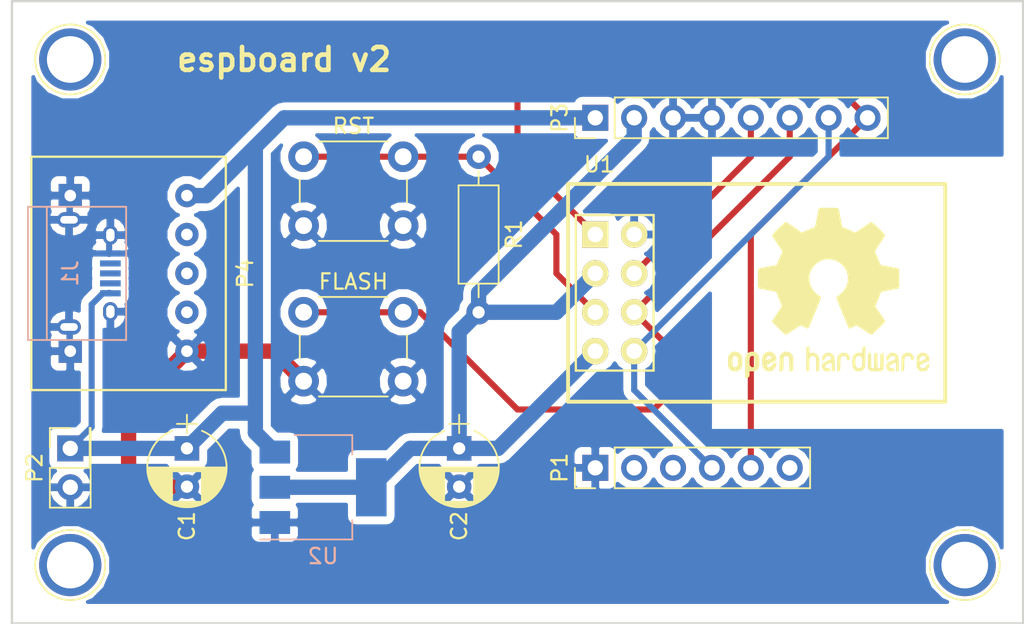
<source format=kicad_pcb>
(kicad_pcb (version 4) (host pcbnew 4.0.6-e0-6349~53~ubuntu16.04.1)

  (general
    (links 41)
    (no_connects 0)
    (area 29.575 23.917 98.746191 65.035)
    (thickness 1.6)
    (drawings 5)
    (tracks 69)
    (zones 0)
    (modules 17)
    (nets 18)
  )

  (page A4)
  (title_block
    (title espboard)
    (date 2017-02-15)
    (rev v1)
    (company "Romain Porte")
    (comment 1 "Creative Commons BY-SA")
  )

  (layers
    (0 F.Cu signal)
    (31 B.Cu signal)
    (32 B.Adhes user)
    (33 F.Adhes user)
    (34 B.Paste user)
    (35 F.Paste user)
    (36 B.SilkS user)
    (37 F.SilkS user)
    (38 B.Mask user)
    (39 F.Mask user)
    (40 Dwgs.User user)
    (41 Cmts.User user)
    (42 Eco1.User user)
    (43 Eco2.User user)
    (44 Edge.Cuts user)
    (45 Margin user)
    (46 B.CrtYd user)
    (47 F.CrtYd user)
    (48 B.Fab user)
    (49 F.Fab user)
  )

  (setup
    (last_trace_width 0.4)
    (user_trace_width 0.4)
    (trace_clearance 0.2)
    (zone_clearance 0.508)
    (zone_45_only yes)
    (trace_min 0.2)
    (segment_width 0.2)
    (edge_width 0.15)
    (via_size 0.4)
    (via_drill 0.3)
    (via_min_size 0.4)
    (via_min_drill 0.3)
    (uvia_size 0.3)
    (uvia_drill 0.1)
    (uvias_allowed no)
    (uvia_min_size 0.2)
    (uvia_min_drill 0.1)
    (pcb_text_width 0.3)
    (pcb_text_size 1.5 1.5)
    (mod_edge_width 0.15)
    (mod_text_size 1 1)
    (mod_text_width 0.15)
    (pad_size 1.524 1.524)
    (pad_drill 0.762)
    (pad_to_mask_clearance 0.2)
    (aux_axis_origin 0 0)
    (visible_elements FFFFFF7F)
    (pcbplotparams
      (layerselection 0x010f0_80000001)
      (usegerberextensions false)
      (excludeedgelayer true)
      (linewidth 0.100000)
      (plotframeref false)
      (viasonmask false)
      (mode 1)
      (useauxorigin false)
      (hpglpennumber 1)
      (hpglpenspeed 20)
      (hpglpendiameter 15)
      (hpglpenoverlay 2)
      (psnegative false)
      (psa4output false)
      (plotreference true)
      (plotvalue true)
      (plotinvisibletext false)
      (padsonsilk false)
      (subtractmaskfromsilk false)
      (outputformat 1)
      (mirror false)
      (drillshape 0)
      (scaleselection 1)
      (outputdirectory output/))
  )

  (net 0 "")
  (net 1 PWR_5V)
  (net 2 GND)
  (net 3 PWR_3V3)
  (net 4 UART_TXD)
  (net 5 UART_RXD)
  (net 6 ESP_GPIO0)
  (net 7 ESP_GPIO2)
  (net 8 "Net-(R1-Pad1)")
  (net 9 "Net-(J1-Pad2)")
  (net 10 "Net-(J1-Pad3)")
  (net 11 "Net-(J1-Pad4)")
  (net 12 "Net-(P1-Pad2)")
  (net 13 "Net-(P1-Pad3)")
  (net 14 "Net-(P1-Pad6)")
  (net 15 "Net-(P4-Pad2)")
  (net 16 "Net-(P4-Pad3)")
  (net 17 "Net-(P4-Pad4)")

  (net_class Default "This is the default net class."
    (clearance 0.2)
    (trace_width 0.4)
    (via_dia 0.4)
    (via_drill 0.3)
    (uvia_dia 0.3)
    (uvia_drill 0.1)
    (add_net ESP_GPIO0)
    (add_net ESP_GPIO2)
    (add_net "Net-(J1-Pad2)")
    (add_net "Net-(J1-Pad3)")
    (add_net "Net-(J1-Pad4)")
    (add_net "Net-(P1-Pad2)")
    (add_net "Net-(P1-Pad3)")
    (add_net "Net-(P1-Pad6)")
    (add_net "Net-(P4-Pad2)")
    (add_net "Net-(P4-Pad3)")
    (add_net "Net-(P4-Pad4)")
    (add_net "Net-(R1-Pad1)")
    (add_net UART_RXD)
    (add_net UART_TXD)
  )

  (net_class Power ""
    (clearance 0.2)
    (trace_width 1)
    (via_dia 0.4)
    (via_drill 0.3)
    (uvia_dia 0.3)
    (uvia_drill 0.1)
    (add_net GND)
    (add_net PWR_3V3)
    (add_net PWR_5V)
  )

  (module ESP8266:ESP-01 (layer F.Cu) (tedit 577EF889) (tstamp 595D437D)
    (at 68.58 39.37)
    (descr "Module, ESP-8266, ESP-01, 8 pin")
    (tags "Module ESP-8266 ESP8266")
    (path /58A45CD1)
    (fp_text reference U1 (at 0.254 -4.572) (layer F.SilkS)
      (effects (font (size 1 1) (thickness 0.15)))
    )
    (fp_text value ESP-01v090 (at 12.192 3.556) (layer F.Fab)
      (effects (font (size 1 1) (thickness 0.15)))
    )
    (fp_line (start -1.778 -3.302) (end 22.86 -3.302) (layer F.SilkS) (width 0.254))
    (fp_line (start 22.86 -3.302) (end 22.86 10.922) (layer F.SilkS) (width 0.254))
    (fp_line (start 22.86 10.922) (end -1.778 10.922) (layer F.SilkS) (width 0.254))
    (fp_line (start -1.778 10.922) (end -1.778 -3.302) (layer F.SilkS) (width 0.254))
    (fp_line (start -1.778 -3.302) (end 22.86 -3.302) (layer F.Fab) (width 0.05))
    (fp_line (start 22.86 -3.302) (end 22.86 10.922) (layer F.Fab) (width 0.05))
    (fp_line (start 22.86 10.922) (end -1.778 10.922) (layer F.Fab) (width 0.05))
    (fp_line (start -1.778 10.922) (end -1.778 -3.302) (layer F.Fab) (width 0.05))
    (fp_line (start 1.27 -1.27) (end -1.27 -1.27) (layer F.SilkS) (width 0.1524))
    (fp_line (start -1.27 -1.27) (end -1.27 1.27) (layer F.SilkS) (width 0.1524))
    (fp_line (start -1.75 -1.75) (end -1.75 9.4) (layer F.CrtYd) (width 0.05))
    (fp_line (start 4.3 -1.75) (end 4.3 9.4) (layer F.CrtYd) (width 0.05))
    (fp_line (start -1.75 -1.75) (end 4.3 -1.75) (layer F.CrtYd) (width 0.05))
    (fp_line (start -1.75 9.4) (end 4.3 9.4) (layer F.CrtYd) (width 0.05))
    (fp_line (start -1.27 1.27) (end -1.27 8.89) (layer F.SilkS) (width 0.1524))
    (fp_line (start -1.27 8.89) (end 3.81 8.89) (layer F.SilkS) (width 0.1524))
    (fp_line (start 3.81 8.89) (end 3.81 -1.27) (layer F.SilkS) (width 0.1524))
    (fp_line (start 3.81 -1.27) (end 1.27 -1.27) (layer F.SilkS) (width 0.1524))
    (pad 1 thru_hole rect (at 0 0) (size 1.7272 1.7272) (drill 1.016) (layers *.Cu *.Mask F.SilkS)
      (net 5 UART_RXD))
    (pad 2 thru_hole oval (at 2.54 0) (size 1.7272 1.7272) (drill 1.016) (layers *.Cu *.Mask F.SilkS)
      (net 2 GND))
    (pad 3 thru_hole oval (at 0 2.54) (size 1.7272 1.7272) (drill 1.016) (layers *.Cu *.Mask F.SilkS)
      (net 3 PWR_3V3))
    (pad 4 thru_hole oval (at 2.54 2.54) (size 1.7272 1.7272) (drill 1.016) (layers *.Cu *.Mask F.SilkS)
      (net 7 ESP_GPIO2))
    (pad 5 thru_hole oval (at 0 5.08) (size 1.7272 1.7272) (drill 1.016) (layers *.Cu *.Mask F.SilkS)
      (net 8 "Net-(R1-Pad1)"))
    (pad 6 thru_hole oval (at 2.54 5.08) (size 1.7272 1.7272) (drill 1.016) (layers *.Cu *.Mask F.SilkS)
      (net 6 ESP_GPIO0))
    (pad 7 thru_hole oval (at 0 7.62) (size 1.7272 1.7272) (drill 1.016) (layers *.Cu *.Mask F.SilkS)
      (net 3 PWR_3V3))
    (pad 8 thru_hole oval (at 2.54 7.62) (size 1.7272 1.7272) (drill 1.016) (layers *.Cu *.Mask F.SilkS)
      (net 4 UART_TXD))
  )

  (module TO_SOT_Packages_SMD:SOT-223 (layer B.Cu) (tedit 58CE4E7E) (tstamp 595D4385)
    (at 50.8 55.88)
    (descr "module CMS SOT223 4 pins")
    (tags "CMS SOT")
    (path /58A46A0E)
    (attr smd)
    (fp_text reference U2 (at 0 4.5) (layer B.SilkS)
      (effects (font (size 1 1) (thickness 0.15)) (justify mirror))
    )
    (fp_text value LM1117-3.3 (at 0 -4.5) (layer B.Fab)
      (effects (font (size 1 1) (thickness 0.15)) (justify mirror))
    )
    (fp_text user %R (at 0 0) (layer B.Fab)
      (effects (font (size 0.8 0.8) (thickness 0.12)) (justify mirror))
    )
    (fp_line (start -1.85 2.3) (end -0.8 3.35) (layer B.Fab) (width 0.1))
    (fp_line (start 1.91 -3.41) (end 1.91 -2.15) (layer B.SilkS) (width 0.12))
    (fp_line (start 1.91 3.41) (end 1.91 2.15) (layer B.SilkS) (width 0.12))
    (fp_line (start 4.4 3.6) (end -4.4 3.6) (layer B.CrtYd) (width 0.05))
    (fp_line (start 4.4 -3.6) (end 4.4 3.6) (layer B.CrtYd) (width 0.05))
    (fp_line (start -4.4 -3.6) (end 4.4 -3.6) (layer B.CrtYd) (width 0.05))
    (fp_line (start -4.4 3.6) (end -4.4 -3.6) (layer B.CrtYd) (width 0.05))
    (fp_line (start -1.85 2.3) (end -1.85 -3.35) (layer B.Fab) (width 0.1))
    (fp_line (start -1.85 -3.41) (end 1.91 -3.41) (layer B.SilkS) (width 0.12))
    (fp_line (start -0.8 3.35) (end 1.85 3.35) (layer B.Fab) (width 0.1))
    (fp_line (start -4.1 3.41) (end 1.91 3.41) (layer B.SilkS) (width 0.12))
    (fp_line (start -1.85 -3.35) (end 1.85 -3.35) (layer B.Fab) (width 0.1))
    (fp_line (start 1.85 3.35) (end 1.85 -3.35) (layer B.Fab) (width 0.1))
    (pad 4 smd rect (at 3.15 0) (size 2 3.8) (layers B.Cu B.Paste B.Mask)
      (net 3 PWR_3V3))
    (pad 2 smd rect (at -3.15 0) (size 2 1.5) (layers B.Cu B.Paste B.Mask)
      (net 3 PWR_3V3))
    (pad 3 smd rect (at -3.15 -2.3) (size 2 1.5) (layers B.Cu B.Paste B.Mask)
      (net 1 PWR_5V))
    (pad 1 smd rect (at -3.15 2.3) (size 2 1.5) (layers B.Cu B.Paste B.Mask)
      (net 2 GND))
    (model ${KISYS3DMOD}/TO_SOT_Packages_SMD.3dshapes/SOT-223.wrl
      (at (xyz 0 0 0))
      (scale (xyz 1 1 1))
      (rotate (xyz 0 0 0))
    )
  )

  (module Capacitors_THT:CP_Radial_D5.0mm_P2.50mm (layer F.Cu) (tedit 595D53AF) (tstamp 595D4321)
    (at 41.91 53.34 270)
    (descr "CP, Radial series, Radial, pin pitch=2.50mm, , diameter=5mm, Electrolytic Capacitor")
    (tags "CP Radial series Radial pin pitch 2.50mm  diameter 5mm Electrolytic Capacitor")
    (path /58A46B18)
    (fp_text reference C1 (at 5.08 0 270) (layer F.SilkS)
      (effects (font (size 1 1) (thickness 0.15)))
    )
    (fp_text value 10u (at 1.25 3.56 270) (layer F.Fab)
      (effects (font (size 1 1) (thickness 0.15)))
    )
    (fp_text user %R (at 0.775 0 270) (layer F.Fab)
      (effects (font (size 1 1) (thickness 0.15)))
    )
    (fp_line (start -2.2 0) (end -1 0) (layer F.Fab) (width 0.1))
    (fp_line (start -1.6 -0.65) (end -1.6 0.65) (layer F.Fab) (width 0.1))
    (fp_line (start 1.25 -2.55) (end 1.25 2.55) (layer F.SilkS) (width 0.12))
    (fp_line (start 1.29 -2.55) (end 1.29 2.55) (layer F.SilkS) (width 0.12))
    (fp_line (start 1.33 -2.549) (end 1.33 2.549) (layer F.SilkS) (width 0.12))
    (fp_line (start 1.37 -2.548) (end 1.37 2.548) (layer F.SilkS) (width 0.12))
    (fp_line (start 1.41 -2.546) (end 1.41 2.546) (layer F.SilkS) (width 0.12))
    (fp_line (start 1.45 -2.543) (end 1.45 2.543) (layer F.SilkS) (width 0.12))
    (fp_line (start 1.49 -2.539) (end 1.49 2.539) (layer F.SilkS) (width 0.12))
    (fp_line (start 1.53 -2.535) (end 1.53 -0.98) (layer F.SilkS) (width 0.12))
    (fp_line (start 1.53 0.98) (end 1.53 2.535) (layer F.SilkS) (width 0.12))
    (fp_line (start 1.57 -2.531) (end 1.57 -0.98) (layer F.SilkS) (width 0.12))
    (fp_line (start 1.57 0.98) (end 1.57 2.531) (layer F.SilkS) (width 0.12))
    (fp_line (start 1.61 -2.525) (end 1.61 -0.98) (layer F.SilkS) (width 0.12))
    (fp_line (start 1.61 0.98) (end 1.61 2.525) (layer F.SilkS) (width 0.12))
    (fp_line (start 1.65 -2.519) (end 1.65 -0.98) (layer F.SilkS) (width 0.12))
    (fp_line (start 1.65 0.98) (end 1.65 2.519) (layer F.SilkS) (width 0.12))
    (fp_line (start 1.69 -2.513) (end 1.69 -0.98) (layer F.SilkS) (width 0.12))
    (fp_line (start 1.69 0.98) (end 1.69 2.513) (layer F.SilkS) (width 0.12))
    (fp_line (start 1.73 -2.506) (end 1.73 -0.98) (layer F.SilkS) (width 0.12))
    (fp_line (start 1.73 0.98) (end 1.73 2.506) (layer F.SilkS) (width 0.12))
    (fp_line (start 1.77 -2.498) (end 1.77 -0.98) (layer F.SilkS) (width 0.12))
    (fp_line (start 1.77 0.98) (end 1.77 2.498) (layer F.SilkS) (width 0.12))
    (fp_line (start 1.81 -2.489) (end 1.81 -0.98) (layer F.SilkS) (width 0.12))
    (fp_line (start 1.81 0.98) (end 1.81 2.489) (layer F.SilkS) (width 0.12))
    (fp_line (start 1.85 -2.48) (end 1.85 -0.98) (layer F.SilkS) (width 0.12))
    (fp_line (start 1.85 0.98) (end 1.85 2.48) (layer F.SilkS) (width 0.12))
    (fp_line (start 1.89 -2.47) (end 1.89 -0.98) (layer F.SilkS) (width 0.12))
    (fp_line (start 1.89 0.98) (end 1.89 2.47) (layer F.SilkS) (width 0.12))
    (fp_line (start 1.93 -2.46) (end 1.93 -0.98) (layer F.SilkS) (width 0.12))
    (fp_line (start 1.93 0.98) (end 1.93 2.46) (layer F.SilkS) (width 0.12))
    (fp_line (start 1.971 -2.448) (end 1.971 -0.98) (layer F.SilkS) (width 0.12))
    (fp_line (start 1.971 0.98) (end 1.971 2.448) (layer F.SilkS) (width 0.12))
    (fp_line (start 2.011 -2.436) (end 2.011 -0.98) (layer F.SilkS) (width 0.12))
    (fp_line (start 2.011 0.98) (end 2.011 2.436) (layer F.SilkS) (width 0.12))
    (fp_line (start 2.051 -2.424) (end 2.051 -0.98) (layer F.SilkS) (width 0.12))
    (fp_line (start 2.051 0.98) (end 2.051 2.424) (layer F.SilkS) (width 0.12))
    (fp_line (start 2.091 -2.41) (end 2.091 -0.98) (layer F.SilkS) (width 0.12))
    (fp_line (start 2.091 0.98) (end 2.091 2.41) (layer F.SilkS) (width 0.12))
    (fp_line (start 2.131 -2.396) (end 2.131 -0.98) (layer F.SilkS) (width 0.12))
    (fp_line (start 2.131 0.98) (end 2.131 2.396) (layer F.SilkS) (width 0.12))
    (fp_line (start 2.171 -2.382) (end 2.171 -0.98) (layer F.SilkS) (width 0.12))
    (fp_line (start 2.171 0.98) (end 2.171 2.382) (layer F.SilkS) (width 0.12))
    (fp_line (start 2.211 -2.366) (end 2.211 -0.98) (layer F.SilkS) (width 0.12))
    (fp_line (start 2.211 0.98) (end 2.211 2.366) (layer F.SilkS) (width 0.12))
    (fp_line (start 2.251 -2.35) (end 2.251 -0.98) (layer F.SilkS) (width 0.12))
    (fp_line (start 2.251 0.98) (end 2.251 2.35) (layer F.SilkS) (width 0.12))
    (fp_line (start 2.291 -2.333) (end 2.291 -0.98) (layer F.SilkS) (width 0.12))
    (fp_line (start 2.291 0.98) (end 2.291 2.333) (layer F.SilkS) (width 0.12))
    (fp_line (start 2.331 -2.315) (end 2.331 -0.98) (layer F.SilkS) (width 0.12))
    (fp_line (start 2.331 0.98) (end 2.331 2.315) (layer F.SilkS) (width 0.12))
    (fp_line (start 2.371 -2.296) (end 2.371 -0.98) (layer F.SilkS) (width 0.12))
    (fp_line (start 2.371 0.98) (end 2.371 2.296) (layer F.SilkS) (width 0.12))
    (fp_line (start 2.411 -2.276) (end 2.411 -0.98) (layer F.SilkS) (width 0.12))
    (fp_line (start 2.411 0.98) (end 2.411 2.276) (layer F.SilkS) (width 0.12))
    (fp_line (start 2.451 -2.256) (end 2.451 -0.98) (layer F.SilkS) (width 0.12))
    (fp_line (start 2.451 0.98) (end 2.451 2.256) (layer F.SilkS) (width 0.12))
    (fp_line (start 2.491 -2.234) (end 2.491 -0.98) (layer F.SilkS) (width 0.12))
    (fp_line (start 2.491 0.98) (end 2.491 2.234) (layer F.SilkS) (width 0.12))
    (fp_line (start 2.531 -2.212) (end 2.531 -0.98) (layer F.SilkS) (width 0.12))
    (fp_line (start 2.531 0.98) (end 2.531 2.212) (layer F.SilkS) (width 0.12))
    (fp_line (start 2.571 -2.189) (end 2.571 -0.98) (layer F.SilkS) (width 0.12))
    (fp_line (start 2.571 0.98) (end 2.571 2.189) (layer F.SilkS) (width 0.12))
    (fp_line (start 2.611 -2.165) (end 2.611 -0.98) (layer F.SilkS) (width 0.12))
    (fp_line (start 2.611 0.98) (end 2.611 2.165) (layer F.SilkS) (width 0.12))
    (fp_line (start 2.651 -2.14) (end 2.651 -0.98) (layer F.SilkS) (width 0.12))
    (fp_line (start 2.651 0.98) (end 2.651 2.14) (layer F.SilkS) (width 0.12))
    (fp_line (start 2.691 -2.113) (end 2.691 -0.98) (layer F.SilkS) (width 0.12))
    (fp_line (start 2.691 0.98) (end 2.691 2.113) (layer F.SilkS) (width 0.12))
    (fp_line (start 2.731 -2.086) (end 2.731 -0.98) (layer F.SilkS) (width 0.12))
    (fp_line (start 2.731 0.98) (end 2.731 2.086) (layer F.SilkS) (width 0.12))
    (fp_line (start 2.771 -2.058) (end 2.771 -0.98) (layer F.SilkS) (width 0.12))
    (fp_line (start 2.771 0.98) (end 2.771 2.058) (layer F.SilkS) (width 0.12))
    (fp_line (start 2.811 -2.028) (end 2.811 -0.98) (layer F.SilkS) (width 0.12))
    (fp_line (start 2.811 0.98) (end 2.811 2.028) (layer F.SilkS) (width 0.12))
    (fp_line (start 2.851 -1.997) (end 2.851 -0.98) (layer F.SilkS) (width 0.12))
    (fp_line (start 2.851 0.98) (end 2.851 1.997) (layer F.SilkS) (width 0.12))
    (fp_line (start 2.891 -1.965) (end 2.891 -0.98) (layer F.SilkS) (width 0.12))
    (fp_line (start 2.891 0.98) (end 2.891 1.965) (layer F.SilkS) (width 0.12))
    (fp_line (start 2.931 -1.932) (end 2.931 -0.98) (layer F.SilkS) (width 0.12))
    (fp_line (start 2.931 0.98) (end 2.931 1.932) (layer F.SilkS) (width 0.12))
    (fp_line (start 2.971 -1.897) (end 2.971 -0.98) (layer F.SilkS) (width 0.12))
    (fp_line (start 2.971 0.98) (end 2.971 1.897) (layer F.SilkS) (width 0.12))
    (fp_line (start 3.011 -1.861) (end 3.011 -0.98) (layer F.SilkS) (width 0.12))
    (fp_line (start 3.011 0.98) (end 3.011 1.861) (layer F.SilkS) (width 0.12))
    (fp_line (start 3.051 -1.823) (end 3.051 -0.98) (layer F.SilkS) (width 0.12))
    (fp_line (start 3.051 0.98) (end 3.051 1.823) (layer F.SilkS) (width 0.12))
    (fp_line (start 3.091 -1.783) (end 3.091 -0.98) (layer F.SilkS) (width 0.12))
    (fp_line (start 3.091 0.98) (end 3.091 1.783) (layer F.SilkS) (width 0.12))
    (fp_line (start 3.131 -1.742) (end 3.131 -0.98) (layer F.SilkS) (width 0.12))
    (fp_line (start 3.131 0.98) (end 3.131 1.742) (layer F.SilkS) (width 0.12))
    (fp_line (start 3.171 -1.699) (end 3.171 -0.98) (layer F.SilkS) (width 0.12))
    (fp_line (start 3.171 0.98) (end 3.171 1.699) (layer F.SilkS) (width 0.12))
    (fp_line (start 3.211 -1.654) (end 3.211 -0.98) (layer F.SilkS) (width 0.12))
    (fp_line (start 3.211 0.98) (end 3.211 1.654) (layer F.SilkS) (width 0.12))
    (fp_line (start 3.251 -1.606) (end 3.251 -0.98) (layer F.SilkS) (width 0.12))
    (fp_line (start 3.251 0.98) (end 3.251 1.606) (layer F.SilkS) (width 0.12))
    (fp_line (start 3.291 -1.556) (end 3.291 -0.98) (layer F.SilkS) (width 0.12))
    (fp_line (start 3.291 0.98) (end 3.291 1.556) (layer F.SilkS) (width 0.12))
    (fp_line (start 3.331 -1.504) (end 3.331 -0.98) (layer F.SilkS) (width 0.12))
    (fp_line (start 3.331 0.98) (end 3.331 1.504) (layer F.SilkS) (width 0.12))
    (fp_line (start 3.371 -1.448) (end 3.371 -0.98) (layer F.SilkS) (width 0.12))
    (fp_line (start 3.371 0.98) (end 3.371 1.448) (layer F.SilkS) (width 0.12))
    (fp_line (start 3.411 -1.39) (end 3.411 -0.98) (layer F.SilkS) (width 0.12))
    (fp_line (start 3.411 0.98) (end 3.411 1.39) (layer F.SilkS) (width 0.12))
    (fp_line (start 3.451 -1.327) (end 3.451 -0.98) (layer F.SilkS) (width 0.12))
    (fp_line (start 3.451 0.98) (end 3.451 1.327) (layer F.SilkS) (width 0.12))
    (fp_line (start 3.491 -1.261) (end 3.491 1.261) (layer F.SilkS) (width 0.12))
    (fp_line (start 3.531 -1.189) (end 3.531 1.189) (layer F.SilkS) (width 0.12))
    (fp_line (start 3.571 -1.112) (end 3.571 1.112) (layer F.SilkS) (width 0.12))
    (fp_line (start 3.611 -1.028) (end 3.611 1.028) (layer F.SilkS) (width 0.12))
    (fp_line (start 3.651 -0.934) (end 3.651 0.934) (layer F.SilkS) (width 0.12))
    (fp_line (start 3.691 -0.829) (end 3.691 0.829) (layer F.SilkS) (width 0.12))
    (fp_line (start 3.731 -0.707) (end 3.731 0.707) (layer F.SilkS) (width 0.12))
    (fp_line (start 3.771 -0.559) (end 3.771 0.559) (layer F.SilkS) (width 0.12))
    (fp_line (start 3.811 -0.354) (end 3.811 0.354) (layer F.SilkS) (width 0.12))
    (fp_line (start -2.2 0) (end -1 0) (layer F.SilkS) (width 0.12))
    (fp_line (start -1.6 -0.65) (end -1.6 0.65) (layer F.SilkS) (width 0.12))
    (fp_line (start -1.6 -2.85) (end -1.6 2.85) (layer F.CrtYd) (width 0.05))
    (fp_line (start -1.6 2.85) (end 4.1 2.85) (layer F.CrtYd) (width 0.05))
    (fp_line (start 4.1 2.85) (end 4.1 -2.85) (layer F.CrtYd) (width 0.05))
    (fp_line (start 4.1 -2.85) (end -1.6 -2.85) (layer F.CrtYd) (width 0.05))
    (fp_circle (center 1.25 0) (end 3.75 0) (layer F.Fab) (width 0.1))
    (fp_arc (start 1.25 0) (end -1.147436 -0.98) (angle 135.5) (layer F.SilkS) (width 0.12))
    (fp_arc (start 1.25 0) (end -1.147436 0.98) (angle -135.5) (layer F.SilkS) (width 0.12))
    (fp_arc (start 1.25 0) (end 3.647436 -0.98) (angle 44.5) (layer F.SilkS) (width 0.12))
    (pad 1 thru_hole rect (at 0 0 270) (size 1.6 1.6) (drill 0.8) (layers *.Cu *.Mask)
      (net 1 PWR_5V))
    (pad 2 thru_hole circle (at 2.5 0 270) (size 1.6 1.6) (drill 0.8) (layers *.Cu *.Mask)
      (net 2 GND))
    (model ${KISYS3DMOD}/Capacitors_THT.3dshapes/CP_Radial_D5.0mm_P2.50mm.wrl
      (at (xyz 0 0 0))
      (scale (xyz 1 1 1))
      (rotate (xyz 0 0 0))
    )
  )

  (module Capacitors_THT:CP_Radial_D5.0mm_P2.50mm (layer F.Cu) (tedit 595D53B2) (tstamp 595D4327)
    (at 59.69 53.34 270)
    (descr "CP, Radial series, Radial, pin pitch=2.50mm, , diameter=5mm, Electrolytic Capacitor")
    (tags "CP Radial series Radial pin pitch 2.50mm  diameter 5mm Electrolytic Capacitor")
    (path /58A46AE1)
    (fp_text reference C2 (at 5.08 0 270) (layer F.SilkS)
      (effects (font (size 1 1) (thickness 0.15)))
    )
    (fp_text value 10u (at 1.25 3.56 270) (layer F.Fab)
      (effects (font (size 1 1) (thickness 0.15)))
    )
    (fp_text user %R (at 0.775 0 270) (layer F.Fab)
      (effects (font (size 1 1) (thickness 0.15)))
    )
    (fp_line (start -2.2 0) (end -1 0) (layer F.Fab) (width 0.1))
    (fp_line (start -1.6 -0.65) (end -1.6 0.65) (layer F.Fab) (width 0.1))
    (fp_line (start 1.25 -2.55) (end 1.25 2.55) (layer F.SilkS) (width 0.12))
    (fp_line (start 1.29 -2.55) (end 1.29 2.55) (layer F.SilkS) (width 0.12))
    (fp_line (start 1.33 -2.549) (end 1.33 2.549) (layer F.SilkS) (width 0.12))
    (fp_line (start 1.37 -2.548) (end 1.37 2.548) (layer F.SilkS) (width 0.12))
    (fp_line (start 1.41 -2.546) (end 1.41 2.546) (layer F.SilkS) (width 0.12))
    (fp_line (start 1.45 -2.543) (end 1.45 2.543) (layer F.SilkS) (width 0.12))
    (fp_line (start 1.49 -2.539) (end 1.49 2.539) (layer F.SilkS) (width 0.12))
    (fp_line (start 1.53 -2.535) (end 1.53 -0.98) (layer F.SilkS) (width 0.12))
    (fp_line (start 1.53 0.98) (end 1.53 2.535) (layer F.SilkS) (width 0.12))
    (fp_line (start 1.57 -2.531) (end 1.57 -0.98) (layer F.SilkS) (width 0.12))
    (fp_line (start 1.57 0.98) (end 1.57 2.531) (layer F.SilkS) (width 0.12))
    (fp_line (start 1.61 -2.525) (end 1.61 -0.98) (layer F.SilkS) (width 0.12))
    (fp_line (start 1.61 0.98) (end 1.61 2.525) (layer F.SilkS) (width 0.12))
    (fp_line (start 1.65 -2.519) (end 1.65 -0.98) (layer F.SilkS) (width 0.12))
    (fp_line (start 1.65 0.98) (end 1.65 2.519) (layer F.SilkS) (width 0.12))
    (fp_line (start 1.69 -2.513) (end 1.69 -0.98) (layer F.SilkS) (width 0.12))
    (fp_line (start 1.69 0.98) (end 1.69 2.513) (layer F.SilkS) (width 0.12))
    (fp_line (start 1.73 -2.506) (end 1.73 -0.98) (layer F.SilkS) (width 0.12))
    (fp_line (start 1.73 0.98) (end 1.73 2.506) (layer F.SilkS) (width 0.12))
    (fp_line (start 1.77 -2.498) (end 1.77 -0.98) (layer F.SilkS) (width 0.12))
    (fp_line (start 1.77 0.98) (end 1.77 2.498) (layer F.SilkS) (width 0.12))
    (fp_line (start 1.81 -2.489) (end 1.81 -0.98) (layer F.SilkS) (width 0.12))
    (fp_line (start 1.81 0.98) (end 1.81 2.489) (layer F.SilkS) (width 0.12))
    (fp_line (start 1.85 -2.48) (end 1.85 -0.98) (layer F.SilkS) (width 0.12))
    (fp_line (start 1.85 0.98) (end 1.85 2.48) (layer F.SilkS) (width 0.12))
    (fp_line (start 1.89 -2.47) (end 1.89 -0.98) (layer F.SilkS) (width 0.12))
    (fp_line (start 1.89 0.98) (end 1.89 2.47) (layer F.SilkS) (width 0.12))
    (fp_line (start 1.93 -2.46) (end 1.93 -0.98) (layer F.SilkS) (width 0.12))
    (fp_line (start 1.93 0.98) (end 1.93 2.46) (layer F.SilkS) (width 0.12))
    (fp_line (start 1.971 -2.448) (end 1.971 -0.98) (layer F.SilkS) (width 0.12))
    (fp_line (start 1.971 0.98) (end 1.971 2.448) (layer F.SilkS) (width 0.12))
    (fp_line (start 2.011 -2.436) (end 2.011 -0.98) (layer F.SilkS) (width 0.12))
    (fp_line (start 2.011 0.98) (end 2.011 2.436) (layer F.SilkS) (width 0.12))
    (fp_line (start 2.051 -2.424) (end 2.051 -0.98) (layer F.SilkS) (width 0.12))
    (fp_line (start 2.051 0.98) (end 2.051 2.424) (layer F.SilkS) (width 0.12))
    (fp_line (start 2.091 -2.41) (end 2.091 -0.98) (layer F.SilkS) (width 0.12))
    (fp_line (start 2.091 0.98) (end 2.091 2.41) (layer F.SilkS) (width 0.12))
    (fp_line (start 2.131 -2.396) (end 2.131 -0.98) (layer F.SilkS) (width 0.12))
    (fp_line (start 2.131 0.98) (end 2.131 2.396) (layer F.SilkS) (width 0.12))
    (fp_line (start 2.171 -2.382) (end 2.171 -0.98) (layer F.SilkS) (width 0.12))
    (fp_line (start 2.171 0.98) (end 2.171 2.382) (layer F.SilkS) (width 0.12))
    (fp_line (start 2.211 -2.366) (end 2.211 -0.98) (layer F.SilkS) (width 0.12))
    (fp_line (start 2.211 0.98) (end 2.211 2.366) (layer F.SilkS) (width 0.12))
    (fp_line (start 2.251 -2.35) (end 2.251 -0.98) (layer F.SilkS) (width 0.12))
    (fp_line (start 2.251 0.98) (end 2.251 2.35) (layer F.SilkS) (width 0.12))
    (fp_line (start 2.291 -2.333) (end 2.291 -0.98) (layer F.SilkS) (width 0.12))
    (fp_line (start 2.291 0.98) (end 2.291 2.333) (layer F.SilkS) (width 0.12))
    (fp_line (start 2.331 -2.315) (end 2.331 -0.98) (layer F.SilkS) (width 0.12))
    (fp_line (start 2.331 0.98) (end 2.331 2.315) (layer F.SilkS) (width 0.12))
    (fp_line (start 2.371 -2.296) (end 2.371 -0.98) (layer F.SilkS) (width 0.12))
    (fp_line (start 2.371 0.98) (end 2.371 2.296) (layer F.SilkS) (width 0.12))
    (fp_line (start 2.411 -2.276) (end 2.411 -0.98) (layer F.SilkS) (width 0.12))
    (fp_line (start 2.411 0.98) (end 2.411 2.276) (layer F.SilkS) (width 0.12))
    (fp_line (start 2.451 -2.256) (end 2.451 -0.98) (layer F.SilkS) (width 0.12))
    (fp_line (start 2.451 0.98) (end 2.451 2.256) (layer F.SilkS) (width 0.12))
    (fp_line (start 2.491 -2.234) (end 2.491 -0.98) (layer F.SilkS) (width 0.12))
    (fp_line (start 2.491 0.98) (end 2.491 2.234) (layer F.SilkS) (width 0.12))
    (fp_line (start 2.531 -2.212) (end 2.531 -0.98) (layer F.SilkS) (width 0.12))
    (fp_line (start 2.531 0.98) (end 2.531 2.212) (layer F.SilkS) (width 0.12))
    (fp_line (start 2.571 -2.189) (end 2.571 -0.98) (layer F.SilkS) (width 0.12))
    (fp_line (start 2.571 0.98) (end 2.571 2.189) (layer F.SilkS) (width 0.12))
    (fp_line (start 2.611 -2.165) (end 2.611 -0.98) (layer F.SilkS) (width 0.12))
    (fp_line (start 2.611 0.98) (end 2.611 2.165) (layer F.SilkS) (width 0.12))
    (fp_line (start 2.651 -2.14) (end 2.651 -0.98) (layer F.SilkS) (width 0.12))
    (fp_line (start 2.651 0.98) (end 2.651 2.14) (layer F.SilkS) (width 0.12))
    (fp_line (start 2.691 -2.113) (end 2.691 -0.98) (layer F.SilkS) (width 0.12))
    (fp_line (start 2.691 0.98) (end 2.691 2.113) (layer F.SilkS) (width 0.12))
    (fp_line (start 2.731 -2.086) (end 2.731 -0.98) (layer F.SilkS) (width 0.12))
    (fp_line (start 2.731 0.98) (end 2.731 2.086) (layer F.SilkS) (width 0.12))
    (fp_line (start 2.771 -2.058) (end 2.771 -0.98) (layer F.SilkS) (width 0.12))
    (fp_line (start 2.771 0.98) (end 2.771 2.058) (layer F.SilkS) (width 0.12))
    (fp_line (start 2.811 -2.028) (end 2.811 -0.98) (layer F.SilkS) (width 0.12))
    (fp_line (start 2.811 0.98) (end 2.811 2.028) (layer F.SilkS) (width 0.12))
    (fp_line (start 2.851 -1.997) (end 2.851 -0.98) (layer F.SilkS) (width 0.12))
    (fp_line (start 2.851 0.98) (end 2.851 1.997) (layer F.SilkS) (width 0.12))
    (fp_line (start 2.891 -1.965) (end 2.891 -0.98) (layer F.SilkS) (width 0.12))
    (fp_line (start 2.891 0.98) (end 2.891 1.965) (layer F.SilkS) (width 0.12))
    (fp_line (start 2.931 -1.932) (end 2.931 -0.98) (layer F.SilkS) (width 0.12))
    (fp_line (start 2.931 0.98) (end 2.931 1.932) (layer F.SilkS) (width 0.12))
    (fp_line (start 2.971 -1.897) (end 2.971 -0.98) (layer F.SilkS) (width 0.12))
    (fp_line (start 2.971 0.98) (end 2.971 1.897) (layer F.SilkS) (width 0.12))
    (fp_line (start 3.011 -1.861) (end 3.011 -0.98) (layer F.SilkS) (width 0.12))
    (fp_line (start 3.011 0.98) (end 3.011 1.861) (layer F.SilkS) (width 0.12))
    (fp_line (start 3.051 -1.823) (end 3.051 -0.98) (layer F.SilkS) (width 0.12))
    (fp_line (start 3.051 0.98) (end 3.051 1.823) (layer F.SilkS) (width 0.12))
    (fp_line (start 3.091 -1.783) (end 3.091 -0.98) (layer F.SilkS) (width 0.12))
    (fp_line (start 3.091 0.98) (end 3.091 1.783) (layer F.SilkS) (width 0.12))
    (fp_line (start 3.131 -1.742) (end 3.131 -0.98) (layer F.SilkS) (width 0.12))
    (fp_line (start 3.131 0.98) (end 3.131 1.742) (layer F.SilkS) (width 0.12))
    (fp_line (start 3.171 -1.699) (end 3.171 -0.98) (layer F.SilkS) (width 0.12))
    (fp_line (start 3.171 0.98) (end 3.171 1.699) (layer F.SilkS) (width 0.12))
    (fp_line (start 3.211 -1.654) (end 3.211 -0.98) (layer F.SilkS) (width 0.12))
    (fp_line (start 3.211 0.98) (end 3.211 1.654) (layer F.SilkS) (width 0.12))
    (fp_line (start 3.251 -1.606) (end 3.251 -0.98) (layer F.SilkS) (width 0.12))
    (fp_line (start 3.251 0.98) (end 3.251 1.606) (layer F.SilkS) (width 0.12))
    (fp_line (start 3.291 -1.556) (end 3.291 -0.98) (layer F.SilkS) (width 0.12))
    (fp_line (start 3.291 0.98) (end 3.291 1.556) (layer F.SilkS) (width 0.12))
    (fp_line (start 3.331 -1.504) (end 3.331 -0.98) (layer F.SilkS) (width 0.12))
    (fp_line (start 3.331 0.98) (end 3.331 1.504) (layer F.SilkS) (width 0.12))
    (fp_line (start 3.371 -1.448) (end 3.371 -0.98) (layer F.SilkS) (width 0.12))
    (fp_line (start 3.371 0.98) (end 3.371 1.448) (layer F.SilkS) (width 0.12))
    (fp_line (start 3.411 -1.39) (end 3.411 -0.98) (layer F.SilkS) (width 0.12))
    (fp_line (start 3.411 0.98) (end 3.411 1.39) (layer F.SilkS) (width 0.12))
    (fp_line (start 3.451 -1.327) (end 3.451 -0.98) (layer F.SilkS) (width 0.12))
    (fp_line (start 3.451 0.98) (end 3.451 1.327) (layer F.SilkS) (width 0.12))
    (fp_line (start 3.491 -1.261) (end 3.491 1.261) (layer F.SilkS) (width 0.12))
    (fp_line (start 3.531 -1.189) (end 3.531 1.189) (layer F.SilkS) (width 0.12))
    (fp_line (start 3.571 -1.112) (end 3.571 1.112) (layer F.SilkS) (width 0.12))
    (fp_line (start 3.611 -1.028) (end 3.611 1.028) (layer F.SilkS) (width 0.12))
    (fp_line (start 3.651 -0.934) (end 3.651 0.934) (layer F.SilkS) (width 0.12))
    (fp_line (start 3.691 -0.829) (end 3.691 0.829) (layer F.SilkS) (width 0.12))
    (fp_line (start 3.731 -0.707) (end 3.731 0.707) (layer F.SilkS) (width 0.12))
    (fp_line (start 3.771 -0.559) (end 3.771 0.559) (layer F.SilkS) (width 0.12))
    (fp_line (start 3.811 -0.354) (end 3.811 0.354) (layer F.SilkS) (width 0.12))
    (fp_line (start -2.2 0) (end -1 0) (layer F.SilkS) (width 0.12))
    (fp_line (start -1.6 -0.65) (end -1.6 0.65) (layer F.SilkS) (width 0.12))
    (fp_line (start -1.6 -2.85) (end -1.6 2.85) (layer F.CrtYd) (width 0.05))
    (fp_line (start -1.6 2.85) (end 4.1 2.85) (layer F.CrtYd) (width 0.05))
    (fp_line (start 4.1 2.85) (end 4.1 -2.85) (layer F.CrtYd) (width 0.05))
    (fp_line (start 4.1 -2.85) (end -1.6 -2.85) (layer F.CrtYd) (width 0.05))
    (fp_circle (center 1.25 0) (end 3.75 0) (layer F.Fab) (width 0.1))
    (fp_arc (start 1.25 0) (end -1.147436 -0.98) (angle 135.5) (layer F.SilkS) (width 0.12))
    (fp_arc (start 1.25 0) (end -1.147436 0.98) (angle -135.5) (layer F.SilkS) (width 0.12))
    (fp_arc (start 1.25 0) (end 3.647436 -0.98) (angle 44.5) (layer F.SilkS) (width 0.12))
    (pad 1 thru_hole rect (at 0 0 270) (size 1.6 1.6) (drill 0.8) (layers *.Cu *.Mask)
      (net 3 PWR_3V3))
    (pad 2 thru_hole circle (at 2.5 0 270) (size 1.6 1.6) (drill 0.8) (layers *.Cu *.Mask)
      (net 2 GND))
    (model ${KISYS3DMOD}/Capacitors_THT.3dshapes/CP_Radial_D5.0mm_P2.50mm.wrl
      (at (xyz 0 0 0))
      (scale (xyz 1 1 1))
      (rotate (xyz 0 0 0))
    )
  )

  (module Connectors:USB_Micro-B (layer B.Cu) (tedit 595D53ED) (tstamp 595D4334)
    (at 35.56 41.91 90)
    (descr "Micro USB Type B Receptacle")
    (tags "USB USB_B USB_micro USB_OTG")
    (path /593C27C3)
    (attr smd)
    (fp_text reference J1 (at 0 -1.27 90) (layer B.SilkS)
      (effects (font (size 1 1) (thickness 0.15)) (justify mirror))
    )
    (fp_text value USB_OTG (at 0 -5.01 90) (layer B.Fab)
      (effects (font (size 1 1) (thickness 0.15)) (justify mirror))
    )
    (fp_line (start -4.6 2.59) (end 4.6 2.59) (layer B.CrtYd) (width 0.05))
    (fp_line (start 4.6 2.59) (end 4.6 -4.26) (layer B.CrtYd) (width 0.05))
    (fp_line (start 4.6 -4.26) (end -4.6 -4.26) (layer B.CrtYd) (width 0.05))
    (fp_line (start -4.6 -4.26) (end -4.6 2.59) (layer B.CrtYd) (width 0.05))
    (fp_line (start -4.35 -4.03) (end 4.35 -4.03) (layer B.SilkS) (width 0.12))
    (fp_line (start -4.35 2.38) (end 4.35 2.38) (layer B.SilkS) (width 0.12))
    (fp_line (start 4.35 2.38) (end 4.35 -4.03) (layer B.SilkS) (width 0.12))
    (fp_line (start 4.35 -2.8) (end -4.35 -2.8) (layer B.SilkS) (width 0.12))
    (fp_line (start -4.35 -4.03) (end -4.35 2.38) (layer B.SilkS) (width 0.12))
    (pad 1 smd rect (at -1.3 1.35) (size 1.35 0.4) (layers B.Cu B.Paste B.Mask)
      (net 1 PWR_5V))
    (pad 2 smd rect (at -0.65 1.35) (size 1.35 0.4) (layers B.Cu B.Paste B.Mask)
      (net 9 "Net-(J1-Pad2)"))
    (pad 3 smd rect (at 0 1.35) (size 1.35 0.4) (layers B.Cu B.Paste B.Mask)
      (net 10 "Net-(J1-Pad3)"))
    (pad 4 smd rect (at 0.65 1.35) (size 1.35 0.4) (layers B.Cu B.Paste B.Mask)
      (net 11 "Net-(J1-Pad4)"))
    (pad 5 smd rect (at 1.3 1.35) (size 1.35 0.4) (layers B.Cu B.Paste B.Mask)
      (net 2 GND))
    (pad 6 thru_hole oval (at -2.5 1.35) (size 0.95 1.25) (drill oval 0.55 0.85) (layers *.Cu *.Mask)
      (net 2 GND))
    (pad 6 thru_hole oval (at 2.5 1.35) (size 0.95 1.25) (drill oval 0.55 0.85) (layers *.Cu *.Mask)
      (net 2 GND))
    (pad 6 thru_hole oval (at -3.5 -1.35) (size 1.55 1) (drill oval 1.15 0.5) (layers *.Cu *.Mask)
      (net 2 GND))
    (pad 6 thru_hole oval (at 3.5 -1.35) (size 1.55 1) (drill oval 1.15 0.5) (layers *.Cu *.Mask)
      (net 2 GND))
  )

  (module Pin_Headers:Pin_Header_Straight_1x06_Pitch2.54mm (layer F.Cu) (tedit 58CD4EC1) (tstamp 595D433E)
    (at 68.58 54.61 90)
    (descr "Through hole straight pin header, 1x06, 2.54mm pitch, single row")
    (tags "Through hole pin header THT 1x06 2.54mm single row")
    (path /593C3EA8)
    (fp_text reference P1 (at 0 -2.33 90) (layer F.SilkS)
      (effects (font (size 1 1) (thickness 0.15)))
    )
    (fp_text value ftdi (at 0 15.03 90) (layer F.Fab)
      (effects (font (size 1 1) (thickness 0.15)))
    )
    (fp_line (start -1.27 -1.27) (end -1.27 13.97) (layer F.Fab) (width 0.1))
    (fp_line (start -1.27 13.97) (end 1.27 13.97) (layer F.Fab) (width 0.1))
    (fp_line (start 1.27 13.97) (end 1.27 -1.27) (layer F.Fab) (width 0.1))
    (fp_line (start 1.27 -1.27) (end -1.27 -1.27) (layer F.Fab) (width 0.1))
    (fp_line (start -1.33 1.27) (end -1.33 14.03) (layer F.SilkS) (width 0.12))
    (fp_line (start -1.33 14.03) (end 1.33 14.03) (layer F.SilkS) (width 0.12))
    (fp_line (start 1.33 14.03) (end 1.33 1.27) (layer F.SilkS) (width 0.12))
    (fp_line (start 1.33 1.27) (end -1.33 1.27) (layer F.SilkS) (width 0.12))
    (fp_line (start -1.33 0) (end -1.33 -1.33) (layer F.SilkS) (width 0.12))
    (fp_line (start -1.33 -1.33) (end 0 -1.33) (layer F.SilkS) (width 0.12))
    (fp_line (start -1.8 -1.8) (end -1.8 14.5) (layer F.CrtYd) (width 0.05))
    (fp_line (start -1.8 14.5) (end 1.8 14.5) (layer F.CrtYd) (width 0.05))
    (fp_line (start 1.8 14.5) (end 1.8 -1.8) (layer F.CrtYd) (width 0.05))
    (fp_line (start 1.8 -1.8) (end -1.8 -1.8) (layer F.CrtYd) (width 0.05))
    (fp_text user %R (at 0 -2.33 90) (layer F.Fab)
      (effects (font (size 1 1) (thickness 0.15)))
    )
    (pad 1 thru_hole rect (at 0 0 90) (size 1.7 1.7) (drill 1) (layers *.Cu *.Mask)
      (net 2 GND))
    (pad 2 thru_hole oval (at 0 2.54 90) (size 1.7 1.7) (drill 1) (layers *.Cu *.Mask)
      (net 12 "Net-(P1-Pad2)"))
    (pad 3 thru_hole oval (at 0 5.08 90) (size 1.7 1.7) (drill 1) (layers *.Cu *.Mask)
      (net 13 "Net-(P1-Pad3)"))
    (pad 4 thru_hole oval (at 0 7.62 90) (size 1.7 1.7) (drill 1) (layers *.Cu *.Mask)
      (net 4 UART_TXD))
    (pad 5 thru_hole oval (at 0 10.16 90) (size 1.7 1.7) (drill 1) (layers *.Cu *.Mask)
      (net 5 UART_RXD))
    (pad 6 thru_hole oval (at 0 12.7 90) (size 1.7 1.7) (drill 1) (layers *.Cu *.Mask)
      (net 14 "Net-(P1-Pad6)"))
    (model ${KISYS3DMOD}/Pin_Headers.3dshapes/Pin_Header_Straight_1x06_Pitch2.54mm.wrl
      (at (xyz 0 -0.25 0))
      (scale (xyz 1 1 1))
      (rotate (xyz 0 0 90))
    )
  )

  (module Socket_Strips:Socket_Strip_Straight_2x01_Pitch2.54mm (layer F.Cu) (tedit 58CD5448) (tstamp 595D4344)
    (at 34.29 53.34 90)
    (descr "Through hole straight socket strip, 2x01, 2.54mm pitch, double rows")
    (tags "Through hole socket strip THT 2x01 2.54mm double row")
    (path /58A469C7)
    (fp_text reference P2 (at -1.27 -2.33 90) (layer F.SilkS)
      (effects (font (size 1 1) (thickness 0.15)))
    )
    (fp_text value CONN_PWR (at -1.27 2.33 90) (layer F.Fab)
      (effects (font (size 1 1) (thickness 0.15)))
    )
    (fp_line (start -3.81 -1.27) (end -3.81 1.27) (layer F.Fab) (width 0.1))
    (fp_line (start -3.81 1.27) (end 1.27 1.27) (layer F.Fab) (width 0.1))
    (fp_line (start 1.27 1.27) (end 1.27 -1.27) (layer F.Fab) (width 0.1))
    (fp_line (start 1.27 -1.27) (end -3.81 -1.27) (layer F.Fab) (width 0.1))
    (fp_line (start 1.33 1.27) (end 1.33 1.33) (layer F.SilkS) (width 0.12))
    (fp_line (start 1.33 1.33) (end -3.87 1.33) (layer F.SilkS) (width 0.12))
    (fp_line (start -3.87 1.33) (end -3.87 -1.33) (layer F.SilkS) (width 0.12))
    (fp_line (start -3.87 -1.33) (end -1.27 -1.33) (layer F.SilkS) (width 0.12))
    (fp_line (start -1.27 -1.33) (end -1.27 1.27) (layer F.SilkS) (width 0.12))
    (fp_line (start -1.27 1.27) (end 1.33 1.27) (layer F.SilkS) (width 0.12))
    (fp_line (start 1.33 0) (end 1.33 -1.33) (layer F.SilkS) (width 0.12))
    (fp_line (start 1.33 -1.33) (end 0.06 -1.33) (layer F.SilkS) (width 0.12))
    (fp_line (start -4.35 -1.8) (end -4.35 1.8) (layer F.CrtYd) (width 0.05))
    (fp_line (start -4.35 1.8) (end 1.8 1.8) (layer F.CrtYd) (width 0.05))
    (fp_line (start 1.8 1.8) (end 1.8 -1.8) (layer F.CrtYd) (width 0.05))
    (fp_line (start 1.8 -1.8) (end -4.35 -1.8) (layer F.CrtYd) (width 0.05))
    (fp_text user %R (at -1.27 -2.33 90) (layer F.Fab)
      (effects (font (size 1 1) (thickness 0.15)))
    )
    (pad 1 thru_hole rect (at 0 0 90) (size 1.7 1.7) (drill 1) (layers *.Cu *.Mask)
      (net 1 PWR_5V))
    (pad 2 thru_hole oval (at -2.54 0 90) (size 1.7 1.7) (drill 1) (layers *.Cu *.Mask)
      (net 2 GND))
    (model ${KISYS3DMOD}/Socket_Strips.3dshapes/Socket_Strip_Straight_2x01_Pitch2.54mm.wrl
      (at (xyz -0.05 0 0))
      (scale (xyz 1 1 1))
      (rotate (xyz 0 0 270))
    )
  )

  (module Socket_Strips:Socket_Strip_Straight_1x08_Pitch2.54mm (layer F.Cu) (tedit 58CD5446) (tstamp 595D4350)
    (at 68.58 31.75 90)
    (descr "Through hole straight socket strip, 1x08, 2.54mm pitch, single row")
    (tags "Through hole socket strip THT 1x08 2.54mm single row")
    (path /58A47CA8)
    (fp_text reference P3 (at 0 -2.33 90) (layer F.SilkS)
      (effects (font (size 1 1) (thickness 0.15)))
    )
    (fp_text value CONN_IO (at 0 20.11 90) (layer F.Fab)
      (effects (font (size 1 1) (thickness 0.15)))
    )
    (fp_line (start -1.27 -1.27) (end -1.27 19.05) (layer F.Fab) (width 0.1))
    (fp_line (start -1.27 19.05) (end 1.27 19.05) (layer F.Fab) (width 0.1))
    (fp_line (start 1.27 19.05) (end 1.27 -1.27) (layer F.Fab) (width 0.1))
    (fp_line (start 1.27 -1.27) (end -1.27 -1.27) (layer F.Fab) (width 0.1))
    (fp_line (start -1.33 1.27) (end -1.33 19.11) (layer F.SilkS) (width 0.12))
    (fp_line (start -1.33 19.11) (end 1.33 19.11) (layer F.SilkS) (width 0.12))
    (fp_line (start 1.33 19.11) (end 1.33 1.27) (layer F.SilkS) (width 0.12))
    (fp_line (start 1.33 1.27) (end -1.33 1.27) (layer F.SilkS) (width 0.12))
    (fp_line (start -1.33 0) (end -1.33 -1.33) (layer F.SilkS) (width 0.12))
    (fp_line (start -1.33 -1.33) (end 0 -1.33) (layer F.SilkS) (width 0.12))
    (fp_line (start -1.8 -1.8) (end -1.8 19.55) (layer F.CrtYd) (width 0.05))
    (fp_line (start -1.8 19.55) (end 1.8 19.55) (layer F.CrtYd) (width 0.05))
    (fp_line (start 1.8 19.55) (end 1.8 -1.8) (layer F.CrtYd) (width 0.05))
    (fp_line (start 1.8 -1.8) (end -1.8 -1.8) (layer F.CrtYd) (width 0.05))
    (fp_text user %R (at 0 -2.33 90) (layer F.Fab)
      (effects (font (size 1 1) (thickness 0.15)))
    )
    (pad 1 thru_hole rect (at 0 0 90) (size 1.7 1.7) (drill 1) (layers *.Cu *.Mask)
      (net 1 PWR_5V))
    (pad 2 thru_hole oval (at 0 2.54 90) (size 1.7 1.7) (drill 1) (layers *.Cu *.Mask)
      (net 3 PWR_3V3))
    (pad 3 thru_hole oval (at 0 5.08 90) (size 1.7 1.7) (drill 1) (layers *.Cu *.Mask)
      (net 2 GND))
    (pad 4 thru_hole oval (at 0 7.62 90) (size 1.7 1.7) (drill 1) (layers *.Cu *.Mask)
      (net 2 GND))
    (pad 5 thru_hole oval (at 0 10.16 90) (size 1.7 1.7) (drill 1) (layers *.Cu *.Mask)
      (net 7 ESP_GPIO2))
    (pad 6 thru_hole oval (at 0 12.7 90) (size 1.7 1.7) (drill 1) (layers *.Cu *.Mask)
      (net 6 ESP_GPIO0))
    (pad 7 thru_hole oval (at 0 15.24 90) (size 1.7 1.7) (drill 1) (layers *.Cu *.Mask)
      (net 4 UART_TXD))
    (pad 8 thru_hole oval (at 0 17.78 90) (size 1.7 1.7) (drill 1) (layers *.Cu *.Mask)
      (net 5 UART_RXD))
    (model ${KISYS3DMOD}/Socket_Strips.3dshapes/Socket_Strip_Straight_1x08_Pitch2.54mm.wrl
      (at (xyz 0 -0.35 0))
      (scale (xyz 1 1 1))
      (rotate (xyz 0 0 270))
    )
  )

  (module usb_connector:usb_adapter (layer F.Cu) (tedit 595D53F2) (tstamp 595D435B)
    (at 41.91 41.91 90)
    (path /593C394D)
    (fp_text reference P4 (at 0 3.81 90) (layer F.SilkS)
      (effects (font (size 1 1) (thickness 0.15)))
    )
    (fp_text value usb_connector (at 0 2.54 90) (layer F.Fab)
      (effects (font (size 1 1) (thickness 0.15)))
    )
    (fp_line (start -7.62 -10.16) (end 7.62 -10.16) (layer F.SilkS) (width 0.15))
    (fp_line (start 7.62 -10.16) (end 7.62 2.54) (layer F.SilkS) (width 0.15))
    (fp_line (start 7.62 2.54) (end -7.62 2.54) (layer F.SilkS) (width 0.15))
    (fp_line (start -7.62 2.54) (end -7.62 -10.16) (layer F.SilkS) (width 0.15))
    (pad 1 thru_hole circle (at -5.08 0 90) (size 1.524 1.524) (drill 0.762) (layers *.Cu *.Mask)
      (net 2 GND))
    (pad 2 thru_hole circle (at -2.54 0 90) (size 1.524 1.524) (drill 0.762) (layers *.Cu *.Mask)
      (net 15 "Net-(P4-Pad2)"))
    (pad 3 thru_hole circle (at 0 0 90) (size 1.524 1.524) (drill 0.762) (layers *.Cu *.Mask)
      (net 16 "Net-(P4-Pad3)"))
    (pad 4 thru_hole circle (at 2.54 0 90) (size 1.524 1.524) (drill 0.762) (layers *.Cu *.Mask)
      (net 17 "Net-(P4-Pad4)"))
    (pad 5 thru_hole circle (at 5.08 0 90) (size 1.524 1.524) (drill 0.762) (layers *.Cu *.Mask)
      (net 1 PWR_5V))
    (pad 6 thru_hole rect (at 5.08 -7.62 90) (size 1.524 1.524) (drill 0.762) (layers *.Cu *.Mask)
      (net 2 GND))
    (pad 6 thru_hole rect (at -5.08 -7.62 90) (size 1.524 1.524) (drill 0.762) (layers *.Cu *.Mask)
      (net 2 GND))
  )

  (module Resistors_THT:R_Axial_DIN0207_L6.3mm_D2.5mm_P10.16mm_Horizontal (layer F.Cu) (tedit 5874F706) (tstamp 595D4361)
    (at 60.96 34.29 270)
    (descr "Resistor, Axial_DIN0207 series, Axial, Horizontal, pin pitch=10.16mm, 0.25W = 1/4W, length*diameter=6.3*2.5mm^2, http://cdn-reichelt.de/documents/datenblatt/B400/1_4W%23YAG.pdf")
    (tags "Resistor Axial_DIN0207 series Axial Horizontal pin pitch 10.16mm 0.25W = 1/4W length 6.3mm diameter 2.5mm")
    (path /58A46EFA)
    (fp_text reference R1 (at 5.08 -2.31 270) (layer F.SilkS)
      (effects (font (size 1 1) (thickness 0.15)))
    )
    (fp_text value 10k (at 5.08 2.31 270) (layer F.Fab)
      (effects (font (size 1 1) (thickness 0.15)))
    )
    (fp_line (start 1.93 -1.25) (end 1.93 1.25) (layer F.Fab) (width 0.1))
    (fp_line (start 1.93 1.25) (end 8.23 1.25) (layer F.Fab) (width 0.1))
    (fp_line (start 8.23 1.25) (end 8.23 -1.25) (layer F.Fab) (width 0.1))
    (fp_line (start 8.23 -1.25) (end 1.93 -1.25) (layer F.Fab) (width 0.1))
    (fp_line (start 0 0) (end 1.93 0) (layer F.Fab) (width 0.1))
    (fp_line (start 10.16 0) (end 8.23 0) (layer F.Fab) (width 0.1))
    (fp_line (start 1.87 -1.31) (end 1.87 1.31) (layer F.SilkS) (width 0.12))
    (fp_line (start 1.87 1.31) (end 8.29 1.31) (layer F.SilkS) (width 0.12))
    (fp_line (start 8.29 1.31) (end 8.29 -1.31) (layer F.SilkS) (width 0.12))
    (fp_line (start 8.29 -1.31) (end 1.87 -1.31) (layer F.SilkS) (width 0.12))
    (fp_line (start 0.98 0) (end 1.87 0) (layer F.SilkS) (width 0.12))
    (fp_line (start 9.18 0) (end 8.29 0) (layer F.SilkS) (width 0.12))
    (fp_line (start -1.05 -1.6) (end -1.05 1.6) (layer F.CrtYd) (width 0.05))
    (fp_line (start -1.05 1.6) (end 11.25 1.6) (layer F.CrtYd) (width 0.05))
    (fp_line (start 11.25 1.6) (end 11.25 -1.6) (layer F.CrtYd) (width 0.05))
    (fp_line (start 11.25 -1.6) (end -1.05 -1.6) (layer F.CrtYd) (width 0.05))
    (pad 1 thru_hole circle (at 0 0 270) (size 1.6 1.6) (drill 0.8) (layers *.Cu *.Mask)
      (net 8 "Net-(R1-Pad1)"))
    (pad 2 thru_hole oval (at 10.16 0 270) (size 1.6 1.6) (drill 0.8) (layers *.Cu *.Mask)
      (net 3 PWR_3V3))
    (model Resistors_THT.3dshapes/R_Axial_DIN0207_L6.3mm_D2.5mm_P10.16mm_Horizontal.wrl
      (at (xyz 0 0 0))
      (scale (xyz 0.393701 0.393701 0.393701))
      (rotate (xyz 0 0 0))
    )
  )

  (module Buttons_Switches_THT:SW_PUSH_6mm (layer F.Cu) (tedit 595D5574) (tstamp 595D4369)
    (at 49.53 34.29)
    (descr https://www.omron.com/ecb/products/pdf/en-b3f.pdf)
    (tags "tact sw push 6mm")
    (path /58A46E42)
    (fp_text reference RST (at 3.25 -2) (layer F.SilkS)
      (effects (font (size 1 1) (thickness 0.15)))
    )
    (fp_text value SW_RST (at 3.75 6.7) (layer F.Fab)
      (effects (font (size 1 1) (thickness 0.15)))
    )
    (fp_text user %R (at 3.25 2.25) (layer F.Fab)
      (effects (font (size 1 1) (thickness 0.15)))
    )
    (fp_line (start 3.25 -0.75) (end 6.25 -0.75) (layer F.Fab) (width 0.1))
    (fp_line (start 6.25 -0.75) (end 6.25 5.25) (layer F.Fab) (width 0.1))
    (fp_line (start 6.25 5.25) (end 0.25 5.25) (layer F.Fab) (width 0.1))
    (fp_line (start 0.25 5.25) (end 0.25 -0.75) (layer F.Fab) (width 0.1))
    (fp_line (start 0.25 -0.75) (end 3.25 -0.75) (layer F.Fab) (width 0.1))
    (fp_line (start 7.75 6) (end 8 6) (layer F.CrtYd) (width 0.05))
    (fp_line (start 8 6) (end 8 5.75) (layer F.CrtYd) (width 0.05))
    (fp_line (start 7.75 -1.5) (end 8 -1.5) (layer F.CrtYd) (width 0.05))
    (fp_line (start 8 -1.5) (end 8 -1.25) (layer F.CrtYd) (width 0.05))
    (fp_line (start -1.5 -1.25) (end -1.5 -1.5) (layer F.CrtYd) (width 0.05))
    (fp_line (start -1.5 -1.5) (end -1.25 -1.5) (layer F.CrtYd) (width 0.05))
    (fp_line (start -1.5 5.75) (end -1.5 6) (layer F.CrtYd) (width 0.05))
    (fp_line (start -1.5 6) (end -1.25 6) (layer F.CrtYd) (width 0.05))
    (fp_line (start -1.25 -1.5) (end 7.75 -1.5) (layer F.CrtYd) (width 0.05))
    (fp_line (start -1.5 5.75) (end -1.5 -1.25) (layer F.CrtYd) (width 0.05))
    (fp_line (start 7.75 6) (end -1.25 6) (layer F.CrtYd) (width 0.05))
    (fp_line (start 8 -1.25) (end 8 5.75) (layer F.CrtYd) (width 0.05))
    (fp_line (start 1 5.5) (end 5.5 5.5) (layer F.SilkS) (width 0.12))
    (fp_line (start -0.25 1.5) (end -0.25 3) (layer F.SilkS) (width 0.12))
    (fp_line (start 5.5 -1) (end 1 -1) (layer F.SilkS) (width 0.12))
    (fp_line (start 6.75 3) (end 6.75 1.5) (layer F.SilkS) (width 0.12))
    (fp_circle (center 3.25 2.25) (end 1.25 2.5) (layer F.Fab) (width 0.1))
    (pad 2 thru_hole circle (at 0 4.5 90) (size 2 2) (drill 1.1) (layers *.Cu *.Mask)
      (net 2 GND))
    (pad 1 thru_hole circle (at 0 0 90) (size 2 2) (drill 1.1) (layers *.Cu *.Mask)
      (net 8 "Net-(R1-Pad1)"))
    (pad 2 thru_hole circle (at 6.5 4.5 90) (size 2 2) (drill 1.1) (layers *.Cu *.Mask)
      (net 2 GND))
    (pad 1 thru_hole circle (at 6.5 0 90) (size 2 2) (drill 1.1) (layers *.Cu *.Mask)
      (net 8 "Net-(R1-Pad1)"))
    (model ${KISYS3DMOD}/Buttons_Switches_THT.3dshapes/SW_PUSH_6mm.wrl
      (at (xyz 0.005 0 0))
      (scale (xyz 0.3937 0.3937 0.3937))
      (rotate (xyz 0 0 0))
    )
  )

  (module Buttons_Switches_THT:SW_PUSH_6mm (layer F.Cu) (tedit 595D5584) (tstamp 595D4371)
    (at 49.53 44.45)
    (descr https://www.omron.com/ecb/products/pdf/en-b3f.pdf)
    (tags "tact sw push 6mm")
    (path /58A47104)
    (fp_text reference FLASH (at 3.25 -2) (layer F.SilkS)
      (effects (font (size 1 1) (thickness 0.15)))
    )
    (fp_text value SW_FLASH (at 3.75 6.7) (layer F.Fab)
      (effects (font (size 1 1) (thickness 0.15)))
    )
    (fp_text user %R (at 3.25 2.25) (layer F.Fab)
      (effects (font (size 1 1) (thickness 0.15)))
    )
    (fp_line (start 3.25 -0.75) (end 6.25 -0.75) (layer F.Fab) (width 0.1))
    (fp_line (start 6.25 -0.75) (end 6.25 5.25) (layer F.Fab) (width 0.1))
    (fp_line (start 6.25 5.25) (end 0.25 5.25) (layer F.Fab) (width 0.1))
    (fp_line (start 0.25 5.25) (end 0.25 -0.75) (layer F.Fab) (width 0.1))
    (fp_line (start 0.25 -0.75) (end 3.25 -0.75) (layer F.Fab) (width 0.1))
    (fp_line (start 7.75 6) (end 8 6) (layer F.CrtYd) (width 0.05))
    (fp_line (start 8 6) (end 8 5.75) (layer F.CrtYd) (width 0.05))
    (fp_line (start 7.75 -1.5) (end 8 -1.5) (layer F.CrtYd) (width 0.05))
    (fp_line (start 8 -1.5) (end 8 -1.25) (layer F.CrtYd) (width 0.05))
    (fp_line (start -1.5 -1.25) (end -1.5 -1.5) (layer F.CrtYd) (width 0.05))
    (fp_line (start -1.5 -1.5) (end -1.25 -1.5) (layer F.CrtYd) (width 0.05))
    (fp_line (start -1.5 5.75) (end -1.5 6) (layer F.CrtYd) (width 0.05))
    (fp_line (start -1.5 6) (end -1.25 6) (layer F.CrtYd) (width 0.05))
    (fp_line (start -1.25 -1.5) (end 7.75 -1.5) (layer F.CrtYd) (width 0.05))
    (fp_line (start -1.5 5.75) (end -1.5 -1.25) (layer F.CrtYd) (width 0.05))
    (fp_line (start 7.75 6) (end -1.25 6) (layer F.CrtYd) (width 0.05))
    (fp_line (start 8 -1.25) (end 8 5.75) (layer F.CrtYd) (width 0.05))
    (fp_line (start 1 5.5) (end 5.5 5.5) (layer F.SilkS) (width 0.12))
    (fp_line (start -0.25 1.5) (end -0.25 3) (layer F.SilkS) (width 0.12))
    (fp_line (start 5.5 -1) (end 1 -1) (layer F.SilkS) (width 0.12))
    (fp_line (start 6.75 3) (end 6.75 1.5) (layer F.SilkS) (width 0.12))
    (fp_circle (center 3.25 2.25) (end 1.25 2.5) (layer F.Fab) (width 0.1))
    (pad 2 thru_hole circle (at 0 4.5 90) (size 2 2) (drill 1.1) (layers *.Cu *.Mask)
      (net 2 GND))
    (pad 1 thru_hole circle (at 0 0 90) (size 2 2) (drill 1.1) (layers *.Cu *.Mask)
      (net 6 ESP_GPIO0))
    (pad 2 thru_hole circle (at 6.5 4.5 90) (size 2 2) (drill 1.1) (layers *.Cu *.Mask)
      (net 2 GND))
    (pad 1 thru_hole circle (at 6.5 0 90) (size 2 2) (drill 1.1) (layers *.Cu *.Mask)
      (net 6 ESP_GPIO0))
    (model ${KISYS3DMOD}/Buttons_Switches_THT.3dshapes/SW_PUSH_6mm.wrl
      (at (xyz 0.005 0 0))
      (scale (xyz 0.3937 0.3937 0.3937))
      (rotate (xyz 0 0 0))
    )
  )

  (module Symbols:OSHW-Logo2_14.6x12mm_SilkScreen (layer F.Cu) (tedit 0) (tstamp 595D4EB0)
    (at 83.82 43.18)
    (descr "Open Source Hardware Symbol")
    (tags "Logo Symbol OSHW")
    (attr virtual)
    (fp_text reference REF*** (at 0 0) (layer F.SilkS) hide
      (effects (font (size 1 1) (thickness 0.15)))
    )
    (fp_text value OSHW-Logo2_14.6x12mm_SilkScreen (at 0.75 0) (layer F.Fab) hide
      (effects (font (size 1 1) (thickness 0.15)))
    )
    (fp_poly (pts (xy -4.8281 3.861903) (xy -4.71655 3.917522) (xy -4.618092 4.019931) (xy -4.590977 4.057864)
      (xy -4.561438 4.1075) (xy -4.542272 4.161412) (xy -4.531307 4.233364) (xy -4.526371 4.337122)
      (xy -4.525287 4.474101) (xy -4.530182 4.661815) (xy -4.547196 4.802758) (xy -4.579823 4.907908)
      (xy -4.631558 4.988243) (xy -4.705896 5.054741) (xy -4.711358 5.058678) (xy -4.78462 5.098953)
      (xy -4.87284 5.11888) (xy -4.985038 5.123793) (xy -5.167433 5.123793) (xy -5.167509 5.300857)
      (xy -5.169207 5.39947) (xy -5.17955 5.457314) (xy -5.206578 5.492006) (xy -5.258332 5.521164)
      (xy -5.270761 5.527121) (xy -5.328923 5.555039) (xy -5.373956 5.572672) (xy -5.407441 5.574194)
      (xy -5.430962 5.553781) (xy -5.4461 5.505607) (xy -5.454437 5.423846) (xy -5.457556 5.302672)
      (xy -5.45704 5.13626) (xy -5.454471 4.918785) (xy -5.453668 4.853736) (xy -5.450778 4.629502)
      (xy -5.448188 4.482821) (xy -5.167586 4.482821) (xy -5.166009 4.607326) (xy -5.159 4.688787)
      (xy -5.143142 4.742515) (xy -5.115019 4.783823) (xy -5.095925 4.803971) (xy -5.017865 4.862921)
      (xy -4.948753 4.86772) (xy -4.87744 4.819038) (xy -4.875632 4.817241) (xy -4.846617 4.779618)
      (xy -4.828967 4.728484) (xy -4.820064 4.649738) (xy -4.817291 4.529276) (xy -4.817241 4.502588)
      (xy -4.823942 4.336583) (xy -4.845752 4.221505) (xy -4.885235 4.151254) (xy -4.944956 4.119729)
      (xy -4.979472 4.116552) (xy -5.061389 4.13146) (xy -5.117579 4.180548) (xy -5.151402 4.270362)
      (xy -5.16622 4.407445) (xy -5.167586 4.482821) (xy -5.448188 4.482821) (xy -5.447713 4.455952)
      (xy -5.443753 4.325382) (xy -5.438174 4.230087) (xy -5.430254 4.162364) (xy -5.419269 4.114507)
      (xy -5.404499 4.078813) (xy -5.385218 4.047578) (xy -5.376951 4.035824) (xy -5.267288 3.924797)
      (xy -5.128635 3.861847) (xy -4.968246 3.844297) (xy -4.8281 3.861903)) (layer F.SilkS) (width 0.01))
    (fp_poly (pts (xy -2.582571 3.877719) (xy -2.488877 3.931914) (xy -2.423736 3.985707) (xy -2.376093 4.042066)
      (xy -2.343272 4.110987) (xy -2.322594 4.202468) (xy -2.31138 4.326506) (xy -2.306951 4.493098)
      (xy -2.306437 4.612851) (xy -2.306437 5.053659) (xy -2.430517 5.109283) (xy -2.554598 5.164907)
      (xy -2.569195 4.682095) (xy -2.575227 4.501779) (xy -2.581555 4.370901) (xy -2.589394 4.280511)
      (xy -2.599963 4.221664) (xy -2.614477 4.185413) (xy -2.634152 4.16281) (xy -2.640465 4.157917)
      (xy -2.736112 4.119706) (xy -2.832793 4.134827) (xy -2.890345 4.174943) (xy -2.913755 4.20337)
      (xy -2.929961 4.240672) (xy -2.940259 4.297223) (xy -2.945951 4.383394) (xy -2.948336 4.509558)
      (xy -2.948736 4.641042) (xy -2.948814 4.805999) (xy -2.951639 4.922761) (xy -2.961093 5.00151)
      (xy -2.98106 5.052431) (xy -3.015424 5.085706) (xy -3.068068 5.11152) (xy -3.138383 5.138344)
      (xy -3.21518 5.167542) (xy -3.206038 4.649346) (xy -3.202357 4.462539) (xy -3.19805 4.32449)
      (xy -3.191877 4.225568) (xy -3.182598 4.156145) (xy -3.168973 4.10659) (xy -3.149761 4.067273)
      (xy -3.126598 4.032584) (xy -3.014848 3.92177) (xy -2.878487 3.857689) (xy -2.730175 3.842339)
      (xy -2.582571 3.877719)) (layer F.SilkS) (width 0.01))
    (fp_poly (pts (xy -5.951779 3.866015) (xy -5.814939 3.937968) (xy -5.713949 4.053766) (xy -5.678075 4.128213)
      (xy -5.650161 4.239992) (xy -5.635871 4.381227) (xy -5.634516 4.535371) (xy -5.645405 4.685879)
      (xy -5.667847 4.816205) (xy -5.70115 4.909803) (xy -5.711385 4.925922) (xy -5.832618 5.046249)
      (xy -5.976613 5.118317) (xy -6.132861 5.139408) (xy -6.290852 5.106802) (xy -6.33482 5.087253)
      (xy -6.420444 5.027012) (xy -6.495592 4.947135) (xy -6.502694 4.937004) (xy -6.531561 4.888181)
      (xy -6.550643 4.83599) (xy -6.561916 4.767285) (xy -6.567355 4.668918) (xy -6.568938 4.527744)
      (xy -6.568965 4.496092) (xy -6.568893 4.486019) (xy -6.277011 4.486019) (xy -6.275313 4.619256)
      (xy -6.268628 4.707674) (xy -6.254575 4.764785) (xy -6.230771 4.804102) (xy -6.218621 4.817241)
      (xy -6.148764 4.867172) (xy -6.080941 4.864895) (xy -6.012365 4.821584) (xy -5.971465 4.775346)
      (xy -5.947242 4.707857) (xy -5.933639 4.601433) (xy -5.932706 4.58902) (xy -5.930384 4.396147)
      (xy -5.95465 4.2529) (xy -6.005176 4.16016) (xy -6.081632 4.118807) (xy -6.108924 4.116552)
      (xy -6.180589 4.127893) (xy -6.22961 4.167184) (xy -6.259582 4.242326) (xy -6.274101 4.361222)
      (xy -6.277011 4.486019) (xy -6.568893 4.486019) (xy -6.567878 4.345659) (xy -6.563312 4.240549)
      (xy -6.553312 4.167714) (xy -6.535921 4.114108) (xy -6.509184 4.066681) (xy -6.503276 4.057864)
      (xy -6.403968 3.939007) (xy -6.295758 3.870008) (xy -6.164019 3.842619) (xy -6.119283 3.841281)
      (xy -5.951779 3.866015)) (layer F.SilkS) (width 0.01))
    (fp_poly (pts (xy -3.684448 3.884676) (xy -3.569342 3.962111) (xy -3.480389 4.073949) (xy -3.427251 4.216265)
      (xy -3.416503 4.321015) (xy -3.417724 4.364726) (xy -3.427944 4.398194) (xy -3.456039 4.428179)
      (xy -3.510884 4.46144) (xy -3.601355 4.504738) (xy -3.736328 4.564833) (xy -3.737011 4.565134)
      (xy -3.861249 4.622037) (xy -3.963127 4.672565) (xy -4.032233 4.71128) (xy -4.058154 4.73274)
      (xy -4.058161 4.732913) (xy -4.035315 4.779644) (xy -3.981891 4.831154) (xy -3.920558 4.868261)
      (xy -3.889485 4.875632) (xy -3.804711 4.850138) (xy -3.731707 4.786291) (xy -3.696087 4.716094)
      (xy -3.66182 4.664343) (xy -3.594697 4.605409) (xy -3.515792 4.554496) (xy -3.446179 4.526809)
      (xy -3.431623 4.525287) (xy -3.415237 4.550321) (xy -3.41425 4.614311) (xy -3.426292 4.700593)
      (xy -3.448993 4.792501) (xy -3.479986 4.873369) (xy -3.481552 4.876509) (xy -3.574819 5.006734)
      (xy -3.695696 5.095311) (xy -3.832973 5.138786) (xy -3.97544 5.133706) (xy -4.111888 5.076616)
      (xy -4.117955 5.072602) (xy -4.22529 4.975326) (xy -4.295868 4.848409) (xy -4.334926 4.681526)
      (xy -4.340168 4.634639) (xy -4.349452 4.413329) (xy -4.338322 4.310124) (xy -4.058161 4.310124)
      (xy -4.054521 4.374503) (xy -4.034611 4.393291) (xy -3.984974 4.379235) (xy -3.906733 4.346009)
      (xy -3.819274 4.304359) (xy -3.817101 4.303256) (xy -3.74297 4.264265) (xy -3.713219 4.238244)
      (xy -3.720555 4.210965) (xy -3.751447 4.175121) (xy -3.83004 4.123251) (xy -3.914677 4.119439)
      (xy -3.990597 4.157189) (xy -4.043035 4.230001) (xy -4.058161 4.310124) (xy -4.338322 4.310124)
      (xy -4.330356 4.236261) (xy -4.281366 4.095829) (xy -4.213164 3.997447) (xy -4.090065 3.89803)
      (xy -3.954472 3.848711) (xy -3.816045 3.845568) (xy -3.684448 3.884676)) (layer F.SilkS) (width 0.01))
    (fp_poly (pts (xy -1.255402 3.723857) (xy -1.246846 3.843188) (xy -1.237019 3.913506) (xy -1.223401 3.944179)
      (xy -1.203473 3.944571) (xy -1.197011 3.94091) (xy -1.11106 3.914398) (xy -0.999255 3.915946)
      (xy -0.885586 3.943199) (xy -0.81449 3.978455) (xy -0.741595 4.034778) (xy -0.688307 4.098519)
      (xy -0.651725 4.17951) (xy -0.62895 4.287586) (xy -0.617081 4.43258) (xy -0.613218 4.624326)
      (xy -0.613149 4.661109) (xy -0.613103 5.074288) (xy -0.705046 5.106339) (xy -0.770348 5.128144)
      (xy -0.806176 5.138297) (xy -0.80723 5.138391) (xy -0.810758 5.11086) (xy -0.813761 5.034923)
      (xy -0.81601 4.920565) (xy -0.817276 4.777769) (xy -0.817471 4.690951) (xy -0.817877 4.519773)
      (xy -0.819968 4.397088) (xy -0.825053 4.313) (xy -0.83444 4.257614) (xy -0.849439 4.221032)
      (xy -0.871358 4.193359) (xy -0.885043 4.180032) (xy -0.979051 4.126328) (xy -1.081636 4.122307)
      (xy -1.17471 4.167725) (xy -1.191922 4.184123) (xy -1.217168 4.214957) (xy -1.23468 4.251531)
      (xy -1.245858 4.304415) (xy -1.252104 4.384177) (xy -1.254818 4.501385) (xy -1.255402 4.662991)
      (xy -1.255402 5.074288) (xy -1.347345 5.106339) (xy -1.412647 5.128144) (xy -1.448475 5.138297)
      (xy -1.449529 5.138391) (xy -1.452225 5.110448) (xy -1.454655 5.03163) (xy -1.456722 4.909453)
      (xy -1.458329 4.751432) (xy -1.459377 4.565083) (xy -1.459769 4.35792) (xy -1.45977 4.348706)
      (xy -1.45977 3.55902) (xy -1.364885 3.518997) (xy -1.27 3.478973) (xy -1.255402 3.723857)) (layer F.SilkS) (width 0.01))
    (fp_poly (pts (xy 0.079944 3.92436) (xy 0.194343 3.966842) (xy 0.195652 3.967658) (xy 0.266403 4.01973)
      (xy 0.318636 4.080584) (xy 0.355371 4.159887) (xy 0.379634 4.267309) (xy 0.394445 4.412517)
      (xy 0.402829 4.605179) (xy 0.403564 4.632628) (xy 0.41412 5.046521) (xy 0.325291 5.092456)
      (xy 0.261018 5.123498) (xy 0.22221 5.138206) (xy 0.220415 5.138391) (xy 0.2137 5.11125)
      (xy 0.208365 5.038041) (xy 0.205083 4.931081) (xy 0.204368 4.844469) (xy 0.204351 4.704162)
      (xy 0.197937 4.616051) (xy 0.17558 4.574025) (xy 0.127732 4.571975) (xy 0.044849 4.60379)
      (xy -0.080287 4.662272) (xy -0.172303 4.710845) (xy -0.219629 4.752986) (xy -0.233542 4.798916)
      (xy -0.233563 4.801189) (xy -0.210605 4.880311) (xy -0.14263 4.923055) (xy -0.038602 4.929246)
      (xy 0.03633 4.928172) (xy 0.075839 4.949753) (xy 0.100478 5.001591) (xy 0.114659 5.067632)
      (xy 0.094223 5.105104) (xy 0.086528 5.110467) (xy 0.014083 5.132006) (xy -0.087367 5.135055)
      (xy -0.191843 5.120778) (xy -0.265875 5.094688) (xy -0.368228 5.007785) (xy -0.426409 4.886816)
      (xy -0.437931 4.792308) (xy -0.429138 4.707062) (xy -0.39732 4.637476) (xy -0.334316 4.575672)
      (xy -0.231969 4.513772) (xy -0.082118 4.443897) (xy -0.072988 4.439948) (xy 0.061997 4.377588)
      (xy 0.145294 4.326446) (xy 0.180997 4.280488) (xy 0.173203 4.233683) (xy 0.126007 4.179998)
      (xy 0.111894 4.167644) (xy 0.017359 4.119741) (xy -0.080594 4.121758) (xy -0.165903 4.168724)
      (xy -0.222504 4.255669) (xy -0.227763 4.272734) (xy -0.278977 4.355504) (xy -0.343963 4.395372)
      (xy -0.437931 4.434882) (xy -0.437931 4.332658) (xy -0.409347 4.184072) (xy -0.324505 4.047784)
      (xy -0.280355 4.002191) (xy -0.179995 3.943674) (xy -0.052365 3.917184) (xy 0.079944 3.92436)) (layer F.SilkS) (width 0.01))
    (fp_poly (pts (xy 1.065943 3.92192) (xy 1.198565 3.970859) (xy 1.30601 4.057419) (xy 1.348032 4.118352)
      (xy 1.393843 4.230161) (xy 1.392891 4.311006) (xy 1.344808 4.365378) (xy 1.327017 4.374624)
      (xy 1.250204 4.40345) (xy 1.210976 4.396065) (xy 1.197689 4.347658) (xy 1.197012 4.32092)
      (xy 1.172686 4.222548) (xy 1.109281 4.153734) (xy 1.021154 4.120498) (xy 0.922663 4.128861)
      (xy 0.842602 4.172296) (xy 0.815561 4.197072) (xy 0.796394 4.227129) (xy 0.783446 4.272565)
      (xy 0.775064 4.343476) (xy 0.769593 4.44996) (xy 0.765378 4.602112) (xy 0.764287 4.650287)
      (xy 0.760307 4.815095) (xy 0.755781 4.931088) (xy 0.748995 5.007833) (xy 0.738231 5.054893)
      (xy 0.721773 5.081835) (xy 0.697906 5.098223) (xy 0.682626 5.105463) (xy 0.617733 5.13022)
      (xy 0.579534 5.138391) (xy 0.566912 5.111103) (xy 0.559208 5.028603) (xy 0.55638 4.889941)
      (xy 0.558386 4.694162) (xy 0.559011 4.663965) (xy 0.563421 4.485349) (xy 0.568635 4.354923)
      (xy 0.576055 4.262492) (xy 0.587082 4.197858) (xy 0.603117 4.150825) (xy 0.625561 4.111196)
      (xy 0.637302 4.094215) (xy 0.704619 4.01908) (xy 0.77991 3.960638) (xy 0.789128 3.955536)
      (xy 0.924133 3.91526) (xy 1.065943 3.92192)) (layer F.SilkS) (width 0.01))
    (fp_poly (pts (xy 2.393914 4.154455) (xy 2.393543 4.372661) (xy 2.392108 4.540519) (xy 2.389002 4.66607)
      (xy 2.383622 4.757355) (xy 2.375362 4.822415) (xy 2.363616 4.869291) (xy 2.347781 4.906024)
      (xy 2.33579 4.926991) (xy 2.23649 5.040694) (xy 2.110588 5.111965) (xy 1.971291 5.137538)
      (xy 1.831805 5.11415) (xy 1.748743 5.072119) (xy 1.661545 4.999411) (xy 1.602117 4.910612)
      (xy 1.566261 4.79432) (xy 1.549781 4.639135) (xy 1.547447 4.525287) (xy 1.547761 4.517106)
      (xy 1.751724 4.517106) (xy 1.75297 4.647657) (xy 1.758678 4.73408) (xy 1.771804 4.790618)
      (xy 1.795306 4.831514) (xy 1.823386 4.862362) (xy 1.917688 4.921905) (xy 2.01894 4.926992)
      (xy 2.114636 4.877279) (xy 2.122084 4.870543) (xy 2.153874 4.835502) (xy 2.173808 4.793811)
      (xy 2.1846 4.731762) (xy 2.188965 4.635644) (xy 2.189655 4.529379) (xy 2.188159 4.39588)
      (xy 2.181964 4.306822) (xy 2.168514 4.248293) (xy 2.145251 4.206382) (xy 2.126175 4.184123)
      (xy 2.037563 4.127985) (xy 1.935508 4.121235) (xy 1.838095 4.164114) (xy 1.819296 4.180032)
      (xy 1.787293 4.215382) (xy 1.767318 4.257502) (xy 1.756593 4.320251) (xy 1.752339 4.417487)
      (xy 1.751724 4.517106) (xy 1.547761 4.517106) (xy 1.554504 4.341947) (xy 1.578472 4.204195)
      (xy 1.623548 4.100632) (xy 1.693928 4.019856) (xy 1.748743 3.978455) (xy 1.848376 3.933728)
      (xy 1.963855 3.912967) (xy 2.071199 3.918525) (xy 2.131264 3.940943) (xy 2.154835 3.947323)
      (xy 2.170477 3.923535) (xy 2.181395 3.859788) (xy 2.189655 3.762687) (xy 2.198699 3.654541)
      (xy 2.211261 3.589475) (xy 2.234119 3.552268) (xy 2.274051 3.527699) (xy 2.299138 3.516819)
      (xy 2.394023 3.477072) (xy 2.393914 4.154455)) (layer F.SilkS) (width 0.01))
    (fp_poly (pts (xy 3.580124 3.93984) (xy 3.584579 4.016653) (xy 3.588071 4.133391) (xy 3.590315 4.280821)
      (xy 3.591035 4.435455) (xy 3.591035 4.958727) (xy 3.498645 5.051117) (xy 3.434978 5.108047)
      (xy 3.379089 5.131107) (xy 3.302702 5.129647) (xy 3.27238 5.125934) (xy 3.17761 5.115126)
      (xy 3.099222 5.108933) (xy 3.080115 5.108361) (xy 3.015699 5.112102) (xy 2.923571 5.121494)
      (xy 2.88785 5.125934) (xy 2.800114 5.132801) (xy 2.741153 5.117885) (xy 2.68269 5.071835)
      (xy 2.661585 5.051117) (xy 2.569195 4.958727) (xy 2.569195 3.979947) (xy 2.643558 3.946066)
      (xy 2.70759 3.92097) (xy 2.745052 3.912184) (xy 2.754657 3.93995) (xy 2.763635 4.01753)
      (xy 2.771386 4.136348) (xy 2.777314 4.287828) (xy 2.780173 4.415805) (xy 2.788161 4.919425)
      (xy 2.857848 4.929278) (xy 2.921229 4.922389) (xy 2.952286 4.900083) (xy 2.960967 4.858379)
      (xy 2.968378 4.769544) (xy 2.973931 4.644834) (xy 2.977036 4.495507) (xy 2.977484 4.418661)
      (xy 2.977931 3.976287) (xy 3.069874 3.944235) (xy 3.134949 3.922443) (xy 3.170347 3.912281)
      (xy 3.171368 3.912184) (xy 3.17492 3.939809) (xy 3.178823 4.016411) (xy 3.182751 4.132579)
      (xy 3.186376 4.278904) (xy 3.188908 4.415805) (xy 3.196897 4.919425) (xy 3.372069 4.919425)
      (xy 3.380107 4.459965) (xy 3.388146 4.000505) (xy 3.473543 3.956344) (xy 3.536593 3.926019)
      (xy 3.57391 3.912258) (xy 3.574987 3.912184) (xy 3.580124 3.93984)) (layer F.SilkS) (width 0.01))
    (fp_poly (pts (xy 4.314406 3.935156) (xy 4.398469 3.973393) (xy 4.46445 4.019726) (xy 4.512794 4.071532)
      (xy 4.546172 4.138363) (xy 4.567253 4.229769) (xy 4.578707 4.355301) (xy 4.583203 4.524508)
      (xy 4.583678 4.635933) (xy 4.583678 5.070627) (xy 4.509316 5.104509) (xy 4.450746 5.129272)
      (xy 4.42173 5.138391) (xy 4.416179 5.111257) (xy 4.411775 5.038094) (xy 4.409078 4.931263)
      (xy 4.408506 4.846437) (xy 4.406046 4.723887) (xy 4.399412 4.626668) (xy 4.389726 4.567134)
      (xy 4.382032 4.554483) (xy 4.330311 4.567402) (xy 4.249117 4.600539) (xy 4.155102 4.645461)
      (xy 4.064917 4.693735) (xy 3.995215 4.736928) (xy 3.962648 4.766608) (xy 3.962519 4.766929)
      (xy 3.96532 4.821857) (xy 3.990439 4.874292) (xy 4.034541 4.916881) (xy 4.098909 4.931126)
      (xy 4.153921 4.929466) (xy 4.231835 4.928245) (xy 4.272732 4.946498) (xy 4.297295 4.994726)
      (xy 4.300392 5.00382) (xy 4.31104 5.072598) (xy 4.282565 5.11436) (xy 4.208344 5.134263)
      (xy 4.128168 5.137944) (xy 3.98389 5.110658) (xy 3.909203 5.07169) (xy 3.816963 4.980148)
      (xy 3.768043 4.867782) (xy 3.763654 4.749051) (xy 3.805001 4.638411) (xy 3.867197 4.56908)
      (xy 3.929294 4.530265) (xy 4.026895 4.481125) (xy 4.140632 4.431292) (xy 4.15959 4.423677)
      (xy 4.284521 4.368545) (xy 4.356539 4.319954) (xy 4.3797 4.271647) (xy 4.358064 4.21737)
      (xy 4.32092 4.174943) (xy 4.233127 4.122702) (xy 4.13653 4.118784) (xy 4.047944 4.159041)
      (xy 3.984186 4.239326) (xy 3.975817 4.26004) (xy 3.927096 4.336225) (xy 3.855965 4.392785)
      (xy 3.766207 4.439201) (xy 3.766207 4.307584) (xy 3.77149 4.227168) (xy 3.794142 4.163786)
      (xy 3.844367 4.096163) (xy 3.892582 4.044076) (xy 3.967554 3.970322) (xy 4.025806 3.930702)
      (xy 4.088372 3.91481) (xy 4.159193 3.912184) (xy 4.314406 3.935156)) (layer F.SilkS) (width 0.01))
    (fp_poly (pts (xy 5.33569 3.940018) (xy 5.370585 3.955269) (xy 5.453877 4.021235) (xy 5.525103 4.116618)
      (xy 5.569153 4.218406) (xy 5.576322 4.268587) (xy 5.552285 4.338647) (xy 5.499561 4.375717)
      (xy 5.443031 4.398164) (xy 5.417146 4.4023) (xy 5.404542 4.372283) (xy 5.379654 4.306961)
      (xy 5.368735 4.277445) (xy 5.307508 4.175348) (xy 5.218861 4.124423) (xy 5.105193 4.125989)
      (xy 5.096774 4.127994) (xy 5.036088 4.156767) (xy 4.991474 4.212859) (xy 4.961002 4.303163)
      (xy 4.942744 4.434571) (xy 4.934771 4.613974) (xy 4.934023 4.709433) (xy 4.933652 4.859913)
      (xy 4.931223 4.962495) (xy 4.92476 5.027672) (xy 4.912288 5.065938) (xy 4.891833 5.087785)
      (xy 4.861419 5.103707) (xy 4.859661 5.104509) (xy 4.801091 5.129272) (xy 4.772075 5.138391)
      (xy 4.767616 5.110822) (xy 4.763799 5.03462) (xy 4.760899 4.919541) (xy 4.759191 4.775341)
      (xy 4.758851 4.669814) (xy 4.760588 4.465613) (xy 4.767382 4.310697) (xy 4.781607 4.196024)
      (xy 4.805638 4.112551) (xy 4.841848 4.051236) (xy 4.892612 4.003034) (xy 4.942739 3.969393)
      (xy 5.063275 3.924619) (xy 5.203557 3.914521) (xy 5.33569 3.940018)) (layer F.SilkS) (width 0.01))
    (fp_poly (pts (xy 6.343439 3.95654) (xy 6.45895 4.032034) (xy 6.514664 4.099617) (xy 6.558804 4.222255)
      (xy 6.562309 4.319298) (xy 6.554368 4.449056) (xy 6.255115 4.580039) (xy 6.109611 4.646958)
      (xy 6.014537 4.70079) (xy 5.965101 4.747416) (xy 5.956511 4.79272) (xy 5.983972 4.842582)
      (xy 6.014253 4.875632) (xy 6.102363 4.928633) (xy 6.198196 4.932347) (xy 6.286212 4.891041)
      (xy 6.350869 4.808983) (xy 6.362433 4.780008) (xy 6.417825 4.689509) (xy 6.481553 4.65094)
      (xy 6.568966 4.617946) (xy 6.568966 4.743034) (xy 6.561238 4.828156) (xy 6.530966 4.899938)
      (xy 6.467518 4.982356) (xy 6.458088 4.993066) (xy 6.387513 5.066391) (xy 6.326847 5.105742)
      (xy 6.25095 5.123845) (xy 6.18803 5.129774) (xy 6.075487 5.131251) (xy 5.99537 5.112535)
      (xy 5.94539 5.084747) (xy 5.866838 5.023641) (xy 5.812463 4.957554) (xy 5.778052 4.874441)
      (xy 5.759388 4.762254) (xy 5.752256 4.608946) (xy 5.751687 4.531136) (xy 5.753622 4.437853)
      (xy 5.929899 4.437853) (xy 5.931944 4.487896) (xy 5.937039 4.496092) (xy 5.970666 4.484958)
      (xy 6.04303 4.455493) (xy 6.139747 4.413601) (xy 6.159973 4.404597) (xy 6.282203 4.342442)
      (xy 6.349547 4.287815) (xy 6.364348 4.236649) (xy 6.328947 4.184876) (xy 6.299711 4.162)
      (xy 6.194216 4.11625) (xy 6.095476 4.123808) (xy 6.012812 4.179651) (xy 5.955548 4.278753)
      (xy 5.937188 4.357414) (xy 5.929899 4.437853) (xy 5.753622 4.437853) (xy 5.755459 4.349351)
      (xy 5.769359 4.214853) (xy 5.796894 4.116916) (xy 5.841572 4.044811) (xy 5.906901 3.987813)
      (xy 5.935383 3.969393) (xy 6.064763 3.921422) (xy 6.206412 3.918403) (xy 6.343439 3.95654)) (layer F.SilkS) (width 0.01))
    (fp_poly (pts (xy 0.209014 -5.547002) (xy 0.367006 -5.546137) (xy 0.481347 -5.543795) (xy 0.559407 -5.539238)
      (xy 0.608554 -5.53173) (xy 0.636159 -5.520534) (xy 0.649592 -5.504912) (xy 0.656221 -5.484127)
      (xy 0.656865 -5.481437) (xy 0.666935 -5.432887) (xy 0.685575 -5.337095) (xy 0.710845 -5.204257)
      (xy 0.740807 -5.044569) (xy 0.773522 -4.868226) (xy 0.774664 -4.862033) (xy 0.807433 -4.689218)
      (xy 0.838093 -4.536531) (xy 0.864664 -4.413129) (xy 0.885167 -4.328169) (xy 0.897626 -4.29081)
      (xy 0.89822 -4.290148) (xy 0.934919 -4.271905) (xy 1.010586 -4.241503) (xy 1.108878 -4.205507)
      (xy 1.109425 -4.205315) (xy 1.233233 -4.158778) (xy 1.379196 -4.099496) (xy 1.516781 -4.039891)
      (xy 1.523293 -4.036944) (xy 1.74739 -3.935235) (xy 2.243619 -4.274103) (xy 2.395846 -4.377408)
      (xy 2.533741 -4.469763) (xy 2.649315 -4.545916) (xy 2.734579 -4.600615) (xy 2.781544 -4.628607)
      (xy 2.786004 -4.630683) (xy 2.820134 -4.62144) (xy 2.883881 -4.576844) (xy 2.979731 -4.494791)
      (xy 3.110169 -4.373179) (xy 3.243328 -4.243795) (xy 3.371694 -4.116298) (xy 3.486581 -3.999954)
      (xy 3.581073 -3.901948) (xy 3.648253 -3.829464) (xy 3.681206 -3.789687) (xy 3.682432 -3.787639)
      (xy 3.686074 -3.760344) (xy 3.67235 -3.715766) (xy 3.637869 -3.647888) (xy 3.579239 -3.550689)
      (xy 3.49307 -3.418149) (xy 3.3782 -3.247524) (xy 3.276254 -3.097345) (xy 3.185123 -2.96265)
      (xy 3.110073 -2.85126) (xy 3.056369 -2.770995) (xy 3.02928 -2.729675) (xy 3.027574 -2.72687)
      (xy 3.030882 -2.687279) (xy 3.055953 -2.610331) (xy 3.097798 -2.510568) (xy 3.112712 -2.478709)
      (xy 3.177786 -2.336774) (xy 3.247212 -2.175727) (xy 3.303609 -2.036379) (xy 3.344247 -1.932956)
      (xy 3.376526 -1.854358) (xy 3.395178 -1.81328) (xy 3.397497 -1.810115) (xy 3.431803 -1.804872)
      (xy 3.512669 -1.790506) (xy 3.629343 -1.769063) (xy 3.771075 -1.742587) (xy 3.92711 -1.713123)
      (xy 4.086698 -1.682717) (xy 4.239085 -1.653412) (xy 4.373521 -1.627255) (xy 4.479252 -1.60629)
      (xy 4.545526 -1.592561) (xy 4.561782 -1.58868) (xy 4.578573 -1.5791) (xy 4.591249 -1.557464)
      (xy 4.600378 -1.516469) (xy 4.606531 -1.448811) (xy 4.61028 -1.347188) (xy 4.612192 -1.204297)
      (xy 4.61284 -1.012835) (xy 4.612874 -0.934355) (xy 4.612874 -0.296094) (xy 4.459598 -0.26584)
      (xy 4.374322 -0.249436) (xy 4.24707 -0.225491) (xy 4.093315 -0.196893) (xy 3.928534 -0.166533)
      (xy 3.882989 -0.158194) (xy 3.730932 -0.12863) (xy 3.598468 -0.099558) (xy 3.496714 -0.073671)
      (xy 3.436788 -0.053663) (xy 3.426805 -0.047699) (xy 3.402293 -0.005466) (xy 3.367148 0.07637)
      (xy 3.328173 0.181683) (xy 3.320442 0.204368) (xy 3.26936 0.345018) (xy 3.205954 0.503714)
      (xy 3.143904 0.646225) (xy 3.143598 0.646886) (xy 3.040267 0.87044) (xy 3.719961 1.870232)
      (xy 3.283621 2.3073) (xy 3.151649 2.437381) (xy 3.031279 2.552048) (xy 2.929273 2.645181)
      (xy 2.852391 2.710658) (xy 2.807393 2.742357) (xy 2.800938 2.744368) (xy 2.76304 2.728529)
      (xy 2.685708 2.684496) (xy 2.577389 2.61749) (xy 2.446532 2.532734) (xy 2.305052 2.437816)
      (xy 2.161461 2.340998) (xy 2.033435 2.256751) (xy 1.929105 2.190258) (xy 1.8566 2.146702)
      (xy 1.824158 2.131264) (xy 1.784576 2.144328) (xy 1.709519 2.17875) (xy 1.614468 2.22738)
      (xy 1.604392 2.232785) (xy 1.476391 2.29698) (xy 1.388618 2.328463) (xy 1.334028 2.328798)
      (xy 1.305575 2.299548) (xy 1.30541 2.299138) (xy 1.291188 2.264498) (xy 1.257269 2.182269)
      (xy 1.206284 2.058814) (xy 1.140862 1.900498) (xy 1.063634 1.713686) (xy 0.977229 1.504742)
      (xy 0.893551 1.302446) (xy 0.801588 1.0792) (xy 0.71715 0.872392) (xy 0.642769 0.688362)
      (xy 0.580974 0.533451) (xy 0.534297 0.413996) (xy 0.505268 0.336339) (xy 0.496322 0.307356)
      (xy 0.518756 0.27411) (xy 0.577439 0.221123) (xy 0.655689 0.162704) (xy 0.878534 -0.022048)
      (xy 1.052718 -0.233818) (xy 1.176154 -0.468144) (xy 1.246754 -0.720566) (xy 1.262431 -0.986623)
      (xy 1.251036 -1.109425) (xy 1.18895 -1.364207) (xy 1.082023 -1.589199) (xy 0.936889 -1.782183)
      (xy 0.760178 -1.940939) (xy 0.558522 -2.06325) (xy 0.338554 -2.146895) (xy 0.106906 -2.189656)
      (xy -0.129791 -2.189313) (xy -0.364905 -2.143648) (xy -0.591804 -2.050441) (xy -0.803856 -1.907473)
      (xy -0.892364 -1.826617) (xy -1.062111 -1.618993) (xy -1.180301 -1.392105) (xy -1.247722 -1.152567)
      (xy -1.26516 -0.906993) (xy -1.233402 -0.661997) (xy -1.153235 -0.424192) (xy -1.025445 -0.200193)
      (xy -0.85082 0.003387) (xy -0.655688 0.162704) (xy -0.574409 0.223602) (xy -0.516991 0.276015)
      (xy -0.496322 0.307406) (xy -0.507144 0.341639) (xy -0.537923 0.423419) (xy -0.586126 0.546407)
      (xy -0.649222 0.704263) (xy -0.724678 0.890649) (xy -0.809962 1.099226) (xy -0.893781 1.302496)
      (xy -0.986255 1.525933) (xy -1.071911 1.732984) (xy -1.148118 1.917286) (xy -1.212247 2.072475)
      (xy -1.261668 2.192188) (xy -1.293752 2.270061) (xy -1.305641 2.299138) (xy -1.333726 2.328677)
      (xy -1.388051 2.328591) (xy -1.475605 2.297326) (xy -1.603381 2.233329) (xy -1.604392 2.232785)
      (xy -1.700598 2.183121) (xy -1.778369 2.146945) (xy -1.822223 2.131408) (xy -1.824158 2.131264)
      (xy -1.857171 2.147024) (xy -1.930054 2.19085) (xy -2.034678 2.257557) (xy -2.16291 2.341964)
      (xy -2.305052 2.437816) (xy -2.449767 2.534867) (xy -2.580196 2.61927) (xy -2.68789 2.685801)
      (xy -2.764402 2.729238) (xy -2.800938 2.744368) (xy -2.834582 2.724482) (xy -2.902224 2.668903)
      (xy -2.997107 2.583754) (xy -3.11247 2.475153) (xy -3.241555 2.349221) (xy -3.283771 2.307149)
      (xy -3.720261 1.869931) (xy -3.388023 1.38234) (xy -3.287054 1.232605) (xy -3.198438 1.09822)
      (xy -3.127146 0.986969) (xy -3.07815 0.906639) (xy -3.056422 0.865014) (xy -3.055785 0.862053)
      (xy -3.06724 0.822818) (xy -3.098051 0.743895) (xy -3.142884 0.638509) (xy -3.174353 0.567954)
      (xy -3.233192 0.432876) (xy -3.288604 0.296409) (xy -3.331564 0.181103) (xy -3.343234 0.145977)
      (xy -3.376389 0.052174) (xy -3.408799 -0.020306) (xy -3.426601 -0.047699) (xy -3.465886 -0.064464)
      (xy -3.551626 -0.08823) (xy -3.672697 -0.116303) (xy -3.817973 -0.145991) (xy -3.882988 -0.158194)
      (xy -4.048087 -0.188532) (xy -4.206448 -0.217907) (xy -4.342596 -0.243431) (xy -4.441057 -0.262215)
      (xy -4.459598 -0.26584) (xy -4.612873 -0.296094) (xy -4.612873 -0.934355) (xy -4.612529 -1.14423)
      (xy -4.611116 -1.30302) (xy -4.608064 -1.418027) (xy -4.602803 -1.496554) (xy -4.594763 -1.545904)
      (xy -4.583373 -1.573381) (xy -4.568063 -1.586287) (xy -4.561782 -1.58868) (xy -4.523896 -1.597167)
      (xy -4.440195 -1.6141) (xy -4.321433 -1.637434) (xy -4.178361 -1.665125) (xy -4.021732 -1.695127)
      (xy -3.862297 -1.725396) (xy -3.710809 -1.753885) (xy -3.578019 -1.778551) (xy -3.474681 -1.797349)
      (xy -3.411545 -1.808233) (xy -3.397497 -1.810115) (xy -3.38477 -1.835296) (xy -3.3566 -1.902378)
      (xy -3.318252 -1.998667) (xy -3.303609 -2.036379) (xy -3.244548 -2.182079) (xy -3.175 -2.343049)
      (xy -3.112712 -2.478709) (xy -3.066879 -2.582439) (xy -3.036387 -2.667674) (xy -3.026208 -2.719874)
      (xy -3.027831 -2.72687) (xy -3.049343 -2.759898) (xy -3.098465 -2.833357) (xy -3.169923 -2.939423)
      (xy -3.258445 -3.070274) (xy -3.358759 -3.218088) (xy -3.378594 -3.247266) (xy -3.494988 -3.420137)
      (xy -3.580548 -3.551774) (xy -3.638684 -3.648239) (xy -3.672808 -3.715592) (xy -3.686331 -3.759894)
      (xy -3.682664 -3.787206) (xy -3.68257 -3.78738) (xy -3.653707 -3.823254) (xy -3.589867 -3.892609)
      (xy -3.497969 -3.988255) (xy -3.384933 -4.103001) (xy -3.257679 -4.229659) (xy -3.243328 -4.243795)
      (xy -3.082957 -4.399097) (xy -2.959195 -4.51313) (xy -2.869555 -4.587998) (xy -2.811552 -4.625804)
      (xy -2.786004 -4.630683) (xy -2.748718 -4.609397) (xy -2.671343 -4.560227) (xy -2.561867 -4.488425)
      (xy -2.42828 -4.399245) (xy -2.27857 -4.297937) (xy -2.243618 -4.274103) (xy -1.74739 -3.935235)
      (xy -1.523293 -4.036944) (xy -1.387011 -4.096217) (xy -1.240724 -4.15583) (xy -1.114965 -4.20336)
      (xy -1.109425 -4.205315) (xy -1.011057 -4.241323) (xy -0.935229 -4.271771) (xy -0.898282 -4.290095)
      (xy -0.89822 -4.290148) (xy -0.886496 -4.323271) (xy -0.866568 -4.404733) (xy -0.840413 -4.525375)
      (xy -0.81001 -4.676041) (xy -0.777337 -4.847572) (xy -0.774664 -4.862033) (xy -0.74189 -5.038765)
      (xy -0.711802 -5.19919) (xy -0.686339 -5.333112) (xy -0.667441 -5.430337) (xy -0.657047 -5.480668)
      (xy -0.656865 -5.481437) (xy -0.650539 -5.502847) (xy -0.638239 -5.519012) (xy -0.612594 -5.530669)
      (xy -0.566235 -5.538555) (xy -0.491792 -5.543407) (xy -0.381895 -5.545961) (xy -0.229175 -5.546955)
      (xy -0.026262 -5.547126) (xy 0 -5.547126) (xy 0.209014 -5.547002)) (layer F.SilkS) (width 0.01))
  )

  (module Connectors:1pin (layer F.Cu) (tedit 595D5386) (tstamp 595D4EFB)
    (at 92.71 27.94)
    (descr "module 1 pin (ou trou mecanique de percage)")
    (tags DEV)
    (fp_text reference REF** (at 0 -3.048) (layer F.SilkS) hide
      (effects (font (size 1 1) (thickness 0.15)))
    )
    (fp_text value 1pin (at 0 3) (layer F.Fab)
      (effects (font (size 1 1) (thickness 0.15)))
    )
    (fp_circle (center 0 0) (end 2 0.8) (layer F.Fab) (width 0.1))
    (fp_circle (center 0 0) (end 2.6 0) (layer F.CrtYd) (width 0.05))
    (fp_circle (center 0 0) (end 0 -2.286) (layer F.SilkS) (width 0.12))
    (pad 1 thru_hole circle (at 0 0) (size 4.064 4.064) (drill 3.048) (layers *.Cu *.Mask))
  )

  (module Connectors:1pin (layer F.Cu) (tedit 595D536D) (tstamp 595D4F15)
    (at 92.71 60.96)
    (descr "module 1 pin (ou trou mecanique de percage)")
    (tags DEV)
    (fp_text reference REF** (at 0 -3.048) (layer F.SilkS) hide
      (effects (font (size 1 1) (thickness 0.15)))
    )
    (fp_text value 1pin (at 0 3) (layer F.Fab)
      (effects (font (size 1 1) (thickness 0.15)))
    )
    (fp_circle (center 0 0) (end 2 0.8) (layer F.Fab) (width 0.1))
    (fp_circle (center 0 0) (end 2.6 0) (layer F.CrtYd) (width 0.05))
    (fp_circle (center 0 0) (end 0 -2.286) (layer F.SilkS) (width 0.12))
    (pad 1 thru_hole circle (at 0 0) (size 4.064 4.064) (drill 3.048) (layers *.Cu *.Mask))
  )

  (module Connectors:1pin (layer F.Cu) (tedit 595D5377) (tstamp 595D4F17)
    (at 34.29 60.96)
    (descr "module 1 pin (ou trou mecanique de percage)")
    (tags DEV)
    (fp_text reference REF** (at 0 -3.048) (layer F.SilkS) hide
      (effects (font (size 1 1) (thickness 0.15)))
    )
    (fp_text value 1pin (at 0 3) (layer F.Fab)
      (effects (font (size 1 1) (thickness 0.15)))
    )
    (fp_circle (center 0 0) (end 2 0.8) (layer F.Fab) (width 0.1))
    (fp_circle (center 0 0) (end 2.6 0) (layer F.CrtYd) (width 0.05))
    (fp_circle (center 0 0) (end 0 -2.286) (layer F.SilkS) (width 0.12))
    (pad 1 thru_hole circle (at 0 0) (size 4.064 4.064) (drill 3.048) (layers *.Cu *.Mask))
  )

  (module Connectors:1pin (layer F.Cu) (tedit 595D537F) (tstamp 595D4F19)
    (at 34.29 27.94)
    (descr "module 1 pin (ou trou mecanique de percage)")
    (tags DEV)
    (fp_text reference REF** (at 0 -3.048) (layer F.SilkS) hide
      (effects (font (size 1 1) (thickness 0.15)))
    )
    (fp_text value 1pin (at 0 3) (layer F.Fab)
      (effects (font (size 1 1) (thickness 0.15)))
    )
    (fp_circle (center 0 0) (end 2 0.8) (layer F.Fab) (width 0.1))
    (fp_circle (center 0 0) (end 2.6 0) (layer F.CrtYd) (width 0.05))
    (fp_circle (center 0 0) (end 0 -2.286) (layer F.SilkS) (width 0.12))
    (pad 1 thru_hole circle (at 0 0) (size 4.064 4.064) (drill 3.048) (layers *.Cu *.Mask))
  )

  (gr_line (start 96.52 24.13) (end 96.52 64.77) (angle 90) (layer Edge.Cuts) (width 0.15))
  (gr_line (start 96.52 64.77) (end 30.48 64.77) (angle 90) (layer Edge.Cuts) (width 0.15))
  (gr_line (start 30.48 64.77) (end 30.48 24.13) (angle 90) (layer Edge.Cuts) (width 0.15))
  (gr_line (start 30.48 24.13) (end 96.52 24.13) (angle 90) (layer Edge.Cuts) (width 0.15))
  (gr_text "espboard v2" (at 48.26 27.94) (layer F.SilkS)
    (effects (font (size 1.5 1.5) (thickness 0.3)))
  )

  (segment (start 36.91 43.21) (end 36.419 43.21) (width 0.4) (layer B.Cu) (net 1))
  (segment (start 36.419 43.21) (end 35.687 43.942) (width 0.4) (layer B.Cu) (net 1) (tstamp 5968B221))
  (segment (start 35.687 51.943) (end 34.29 53.34) (width 0.4) (layer B.Cu) (net 1) (tstamp 5968B22C))
  (segment (start 35.687 43.942) (end 35.687 51.943) (width 0.4) (layer B.Cu) (net 1) (tstamp 5968B224))
  (segment (start 46.38 50.8) (end 46.38 52.31) (width 1) (layer B.Cu) (net 1))
  (segment (start 46.38 52.31) (end 47.65 53.58) (width 1) (layer B.Cu) (net 1) (tstamp 5968B165))
  (segment (start 46.38 51.04) (end 46.38 50.8) (width 1) (layer B.Cu) (net 1))
  (segment (start 46.38 50.8) (end 46.38 33.63) (width 1) (layer B.Cu) (net 1) (tstamp 5968B163))
  (segment (start 46.38 33.63) (end 45.72 34.29) (width 1) (layer B.Cu) (net 1) (tstamp 595D554C))
  (segment (start 36.91 43.21) (end 36.83 43.18) (width 0.4) (layer B.Cu) (net 1) (status 80000))
  (segment (start 41.91 36.83) (end 43.18 36.83) (width 1) (layer B.Cu) (net 1))
  (segment (start 43.18 36.83) (end 45.72 34.29) (width 1) (layer B.Cu) (net 1) (tstamp 595D4A78))
  (segment (start 45.72 34.29) (end 48.26 31.75) (width 1) (layer B.Cu) (net 1) (tstamp 595D554F))
  (segment (start 48.26 31.75) (end 68.58 31.75) (width 1) (layer B.Cu) (net 1) (tstamp 595D4A7A))
  (segment (start 34.29 53.34) (end 41.91 53.34) (width 1) (layer B.Cu) (net 1))
  (segment (start 41.91 53.34) (end 44.21 51.04) (width 1) (layer B.Cu) (net 1) (tstamp 595D499C))
  (segment (start 44.21 51.04) (end 46.38 51.04) (width 1) (layer B.Cu) (net 1) (tstamp 595D499D))
  (segment (start 36.91 40.61) (end 35.53 40.61) (width 0.4) (layer B.Cu) (net 2))
  (segment (start 35.53 40.61) (end 35.433 40.513) (width 0.4) (layer B.Cu) (net 2) (tstamp 5968B248))
  (segment (start 36.91 40.61) (end 38.197 40.61) (width 0.4) (layer B.Cu) (net 2))
  (segment (start 38.197 40.61) (end 38.227 40.64) (width 0.4) (layer B.Cu) (net 2) (tstamp 5968B244))
  (segment (start 41.91 55.84) (end 39.41 55.84) (width 1) (layer F.Cu) (net 2))
  (segment (start 38.1 50.8) (end 41.91 46.99) (width 1) (layer F.Cu) (net 2) (tstamp 595D5635))
  (segment (start 38.1 54.53) (end 38.1 50.8) (width 1) (layer F.Cu) (net 2) (tstamp 595D5634))
  (segment (start 39.41 55.84) (end 38.1 54.53) (width 1) (layer F.Cu) (net 2) (tstamp 595D5633))
  (segment (start 41.91 46.99) (end 47.57 46.99) (width 1) (layer F.Cu) (net 2))
  (segment (start 47.57 46.99) (end 49.53 48.95) (width 1) (layer F.Cu) (net 2) (tstamp 595D5554))
  (segment (start 36.83 40.64) (end 36.83 39.37) (width 0.4) (layer B.Cu) (net 2) (status 80000))
  (segment (start 36.83 39.37) (end 36.91 39.41) (width 0.4) (layer B.Cu) (net 2) (tstamp 595D5534) (status 80000))
  (segment (start 36.91 40.61) (end 36.83 40.64) (width 0.4) (layer B.Cu) (net 2) (status 80000))
  (segment (start 47.65 55.88) (end 53.95 55.88) (width 1) (layer B.Cu) (net 3))
  (segment (start 53.95 55.88) (end 56.49 53.34) (width 1) (layer B.Cu) (net 3) (tstamp 5968B17A))
  (segment (start 56.49 53.34) (end 59.69 53.34) (width 1) (layer B.Cu) (net 3) (tstamp 5968B17B))
  (segment (start 60.96 44.45) (end 66.04 44.45) (width 1) (layer B.Cu) (net 3))
  (segment (start 66.04 44.45) (end 68.58 41.91) (width 1) (layer B.Cu) (net 3) (tstamp 595D4AFB))
  (segment (start 71.12 31.75) (end 71.12 33.02) (width 1) (layer B.Cu) (net 3))
  (segment (start 60.96 43.18) (end 60.96 44.45) (width 1) (layer B.Cu) (net 3) (tstamp 595D4AEF))
  (segment (start 71.12 33.02) (end 60.96 43.18) (width 1) (layer B.Cu) (net 3) (tstamp 595D4AEE))
  (segment (start 59.69 53.34) (end 59.69 45.72) (width 1) (layer B.Cu) (net 3))
  (segment (start 59.69 45.72) (end 60.96 44.45) (width 1) (layer B.Cu) (net 3) (tstamp 595D4A3F))
  (segment (start 59.69 53.34) (end 62.23 53.34) (width 1) (layer B.Cu) (net 3))
  (segment (start 62.23 53.34) (end 68.58 46.99) (width 1) (layer B.Cu) (net 3) (tstamp 595D4A3B))
  (segment (start 71.12 46.99) (end 83.82 34.29) (width 0.4) (layer B.Cu) (net 4))
  (segment (start 83.82 34.29) (end 83.82 31.75) (width 0.4) (layer B.Cu) (net 4) (tstamp 5968B28C))
  (segment (start 71.12 46.99) (end 71.12 49.53) (width 0.4) (layer B.Cu) (net 4))
  (segment (start 71.12 49.53) (end 76.2 54.61) (width 0.4) (layer B.Cu) (net 4) (tstamp 595D5625))
  (segment (start 78.74 54.61) (end 78.74 39.37) (width 0.4) (layer F.Cu) (net 5))
  (segment (start 78.74 39.37) (end 86.36 31.75) (width 0.4) (layer F.Cu) (net 5) (tstamp 5968B2D0))
  (segment (start 86.36 31.75) (end 83.82 29.21) (width 0.4) (layer F.Cu) (net 5))
  (segment (start 63.5 34.29) (end 68.58 39.37) (width 0.4) (layer F.Cu) (net 5) (tstamp 595D4C26))
  (segment (start 63.5 30.48) (end 63.5 34.29) (width 0.4) (layer F.Cu) (net 5) (tstamp 595D4C25))
  (segment (start 64.77 29.21) (end 63.5 30.48) (width 0.4) (layer F.Cu) (net 5) (tstamp 595D4C21))
  (segment (start 83.82 29.21) (end 64.77 29.21) (width 0.4) (layer F.Cu) (net 5) (tstamp 595D4C1F))
  (segment (start 56.03 44.45) (end 57.15 44.45) (width 0.4) (layer F.Cu) (net 6))
  (segment (start 73.66 46.99) (end 71.12 44.45) (width 0.4) (layer F.Cu) (net 6) (tstamp 595D562E))
  (segment (start 73.66 49.53) (end 73.66 46.99) (width 0.4) (layer F.Cu) (net 6) (tstamp 595D562D))
  (segment (start 72.39 50.8) (end 73.66 49.53) (width 0.4) (layer F.Cu) (net 6) (tstamp 595D562C))
  (segment (start 63.5 50.8) (end 72.39 50.8) (width 0.4) (layer F.Cu) (net 6) (tstamp 595D562A))
  (segment (start 57.15 44.45) (end 63.5 50.8) (width 0.4) (layer F.Cu) (net 6) (tstamp 595D5629))
  (segment (start 49.53 44.45) (end 56.03 44.45) (width 0.4) (layer F.Cu) (net 6))
  (segment (start 71.12 44.45) (end 81.28 34.29) (width 0.4) (layer F.Cu) (net 6))
  (segment (start 81.28 34.29) (end 81.28 31.75) (width 0.4) (layer F.Cu) (net 6) (tstamp 595D4C0E))
  (segment (start 78.74 31.75) (end 78.74 34.29) (width 0.4) (layer F.Cu) (net 7))
  (segment (start 78.74 34.29) (end 71.12 41.91) (width 0.4) (layer F.Cu) (net 7) (tstamp 595D4C09))
  (segment (start 49.53 34.29) (end 56.03 34.29) (width 0.4) (layer F.Cu) (net 8))
  (segment (start 56.03 34.29) (end 60.96 34.29) (width 0.4) (layer F.Cu) (net 8) (tstamp 595D4BFB))
  (segment (start 60.96 34.29) (end 66.04 39.37) (width 0.4) (layer F.Cu) (net 8) (tstamp 595D4BFC))
  (segment (start 66.04 39.37) (end 66.04 41.91) (width 0.4) (layer F.Cu) (net 8) (tstamp 595D4BFD))
  (segment (start 66.04 41.91) (end 68.58 44.45) (width 0.4) (layer F.Cu) (net 8) (tstamp 595D4C02))

  (zone (net 2) (net_name GND) (layer B.Cu) (tstamp 595D5050) (hatch edge 0.508)
    (connect_pads (clearance 0.508))
    (min_thickness 0.254)
    (fill yes (arc_segments 16) (thermal_gap 0.508) (thermal_bridge_width 0.508))
    (polygon
      (pts
        (xy 95.25 34.29) (xy 76.2 34.29) (xy 76.2 52.07) (xy 95.25 52.07) (xy 95.25 63.5)
        (xy 31.75 63.5) (xy 31.75 25.4) (xy 95.25 25.4)
      )
    )
    (filled_polygon
      (pts
        (xy 91.201239 25.677709) (xy 90.450345 26.427293) (xy 90.043464 27.407173) (xy 90.042538 28.468172) (xy 90.447709 29.448761)
        (xy 91.197293 30.199655) (xy 92.177173 30.606536) (xy 93.238172 30.607462) (xy 94.218761 30.202291) (xy 94.969655 29.452707)
        (xy 95.123 29.083411) (xy 95.123 34.163) (xy 84.655 34.163) (xy 84.655 32.972841) (xy 84.870054 32.829147)
        (xy 85.09 32.499974) (xy 85.309946 32.829147) (xy 85.791715 33.151054) (xy 86.36 33.264093) (xy 86.928285 33.151054)
        (xy 87.410054 32.829147) (xy 87.731961 32.347378) (xy 87.845 31.779093) (xy 87.845 31.720907) (xy 87.731961 31.152622)
        (xy 87.410054 30.670853) (xy 86.928285 30.348946) (xy 86.36 30.235907) (xy 85.791715 30.348946) (xy 85.309946 30.670853)
        (xy 85.09 31.000026) (xy 84.870054 30.670853) (xy 84.388285 30.348946) (xy 83.82 30.235907) (xy 83.251715 30.348946)
        (xy 82.769946 30.670853) (xy 82.55 31.000026) (xy 82.330054 30.670853) (xy 81.848285 30.348946) (xy 81.28 30.235907)
        (xy 80.711715 30.348946) (xy 80.229946 30.670853) (xy 80.01 31.000026) (xy 79.790054 30.670853) (xy 79.308285 30.348946)
        (xy 78.74 30.235907) (xy 78.171715 30.348946) (xy 77.689946 30.670853) (xy 77.462298 31.011553) (xy 77.395183 30.868642)
        (xy 76.966924 30.478355) (xy 76.55689 30.308524) (xy 76.327 30.429845) (xy 76.327 31.623) (xy 76.347 31.623)
        (xy 76.347 31.877) (xy 76.327 31.877) (xy 76.327 33.070155) (xy 76.55689 33.191476) (xy 76.966924 33.021645)
        (xy 77.395183 32.631358) (xy 77.462298 32.488447) (xy 77.689946 32.829147) (xy 78.171715 33.151054) (xy 78.74 33.264093)
        (xy 79.308285 33.151054) (xy 79.790054 32.829147) (xy 80.01 32.499974) (xy 80.229946 32.829147) (xy 80.711715 33.151054)
        (xy 81.28 33.264093) (xy 81.848285 33.151054) (xy 82.330054 32.829147) (xy 82.55 32.499974) (xy 82.769946 32.829147)
        (xy 82.985 32.972841) (xy 82.985 33.944132) (xy 82.766132 34.163) (xy 76.2 34.163) (xy 76.15059 34.173006)
        (xy 76.108965 34.201447) (xy 76.081685 34.243841) (xy 76.073 34.29) (xy 76.073 40.856132) (xy 72.619949 44.309183)
        (xy 72.533885 43.876511) (xy 72.209029 43.39033) (xy 71.894248 43.18) (xy 72.209029 42.96967) (xy 72.533885 42.483489)
        (xy 72.647959 41.91) (xy 72.533885 41.336511) (xy 72.209029 40.85033) (xy 71.885772 40.634336) (xy 72.00849 40.576821)
        (xy 72.402688 40.144947) (xy 72.574958 39.729026) (xy 72.453817 39.497) (xy 71.247 39.497) (xy 71.247 39.517)
        (xy 70.993 39.517) (xy 70.993 39.497) (xy 70.973 39.497) (xy 70.973 39.243) (xy 70.993 39.243)
        (xy 70.993 38.035531) (xy 71.247 38.035531) (xy 71.247 39.243) (xy 72.453817 39.243) (xy 72.574958 39.010974)
        (xy 72.402688 38.595053) (xy 72.00849 38.163179) (xy 71.479027 37.915032) (xy 71.247 38.035531) (xy 70.993 38.035531)
        (xy 70.760973 37.915032) (xy 70.23151 38.163179) (xy 70.061505 38.349433) (xy 70.046762 38.271083) (xy 69.90769 38.054959)
        (xy 69.69549 37.909969) (xy 69.4436 37.85896) (xy 67.886172 37.85896) (xy 71.922566 33.822566) (xy 72.004752 33.699566)
        (xy 72.168603 33.454346) (xy 72.255 33.02) (xy 72.255 32.702016) (xy 72.397702 32.488447) (xy 72.464817 32.631358)
        (xy 72.893076 33.021645) (xy 73.30311 33.191476) (xy 73.533 33.070155) (xy 73.533 31.877) (xy 73.787 31.877)
        (xy 73.787 33.070155) (xy 74.01689 33.191476) (xy 74.426924 33.021645) (xy 74.855183 32.631358) (xy 74.93 32.472046)
        (xy 75.004817 32.631358) (xy 75.433076 33.021645) (xy 75.84311 33.191476) (xy 76.073 33.070155) (xy 76.073 31.877)
        (xy 73.787 31.877) (xy 73.533 31.877) (xy 73.513 31.877) (xy 73.513 31.623) (xy 73.533 31.623)
        (xy 73.533 30.429845) (xy 73.787 30.429845) (xy 73.787 31.623) (xy 76.073 31.623) (xy 76.073 30.429845)
        (xy 75.84311 30.308524) (xy 75.433076 30.478355) (xy 75.004817 30.868642) (xy 74.93 31.027954) (xy 74.855183 30.868642)
        (xy 74.426924 30.478355) (xy 74.01689 30.308524) (xy 73.787 30.429845) (xy 73.533 30.429845) (xy 73.30311 30.308524)
        (xy 72.893076 30.478355) (xy 72.464817 30.868642) (xy 72.397702 31.011553) (xy 72.170054 30.670853) (xy 71.688285 30.348946)
        (xy 71.12 30.235907) (xy 70.551715 30.348946) (xy 70.069946 30.670853) (xy 70.04215 30.712452) (xy 70.033162 30.664683)
        (xy 69.89409 30.448559) (xy 69.68189 30.303569) (xy 69.43 30.25256) (xy 67.73 30.25256) (xy 67.494683 30.296838)
        (xy 67.278559 30.43591) (xy 67.156192 30.615) (xy 48.26 30.615) (xy 47.825654 30.701397) (xy 47.457433 30.947434)
        (xy 44.917436 33.487432) (xy 44.917433 33.487434) (xy 42.730409 35.674459) (xy 42.70237 35.646371) (xy 42.1891 35.433243)
        (xy 41.633339 35.432758) (xy 41.119697 35.64499) (xy 40.726371 36.03763) (xy 40.513243 36.5509) (xy 40.512758 37.106661)
        (xy 40.72499 37.620303) (xy 41.11763 38.013629) (xy 41.325512 38.099949) (xy 41.119697 38.18499) (xy 40.726371 38.57763)
        (xy 40.513243 39.0909) (xy 40.512758 39.646661) (xy 40.72499 40.160303) (xy 41.11763 40.553629) (xy 41.325512 40.639949)
        (xy 41.119697 40.72499) (xy 40.726371 41.11763) (xy 40.513243 41.6309) (xy 40.512758 42.186661) (xy 40.72499 42.700303)
        (xy 41.11763 43.093629) (xy 41.325512 43.179949) (xy 41.119697 43.26499) (xy 40.726371 43.65763) (xy 40.513243 44.1709)
        (xy 40.512758 44.726661) (xy 40.72499 45.240303) (xy 41.11763 45.633629) (xy 41.309727 45.713395) (xy 41.178857 45.767603)
        (xy 41.109392 46.009787) (xy 41.91 46.810395) (xy 42.710608 46.009787) (xy 42.641143 45.767603) (xy 42.500682 45.717491)
        (xy 42.700303 45.63501) (xy 43.093629 45.24237) (xy 43.306757 44.7291) (xy 43.307242 44.173339) (xy 43.09501 43.659697)
        (xy 42.70237 43.266371) (xy 42.494488 43.180051) (xy 42.700303 43.09501) (xy 43.093629 42.70237) (xy 43.306757 42.1891)
        (xy 43.307242 41.633339) (xy 43.09501 41.119697) (xy 42.70237 40.726371) (xy 42.494488 40.640051) (xy 42.700303 40.55501)
        (xy 43.093629 40.16237) (xy 43.306757 39.6491) (xy 43.307242 39.093339) (xy 43.09501 38.579697) (xy 42.70237 38.186371)
        (xy 42.494488 38.100051) (xy 42.700303 38.01501) (xy 42.7504 37.965) (xy 43.18 37.965) (xy 43.614346 37.878603)
        (xy 43.982566 37.632566) (xy 45.245 36.370132) (xy 45.245 49.905) (xy 44.21 49.905) (xy 43.775654 49.991397)
        (xy 43.609329 50.102532) (xy 43.407434 50.237434) (xy 41.752308 51.89256) (xy 41.11 51.89256) (xy 40.874683 51.936838)
        (xy 40.658559 52.07591) (xy 40.570356 52.205) (xy 36.469885 52.205) (xy 36.522 51.943) (xy 36.522 47.970213)
        (xy 41.109392 47.970213) (xy 41.178857 48.212397) (xy 41.702302 48.399144) (xy 42.257368 48.371362) (xy 42.641143 48.212397)
        (xy 42.710608 47.970213) (xy 41.91 47.169605) (xy 41.109392 47.970213) (xy 36.522 47.970213) (xy 36.522 46.782302)
        (xy 40.500856 46.782302) (xy 40.528638 47.337368) (xy 40.687603 47.721143) (xy 40.929787 47.790608) (xy 41.730395 46.99)
        (xy 42.089605 46.99) (xy 42.890213 47.790608) (xy 43.132397 47.721143) (xy 43.319144 47.197698) (xy 43.291362 46.642632)
        (xy 43.132397 46.258857) (xy 42.890213 46.189392) (xy 42.089605 46.99) (xy 41.730395 46.99) (xy 40.929787 46.189392)
        (xy 40.687603 46.258857) (xy 40.500856 46.782302) (xy 36.522 46.782302) (xy 36.522 45.585014) (xy 36.612062 45.629268)
        (xy 36.783 45.502734) (xy 36.783 44.537) (xy 37.037 44.537) (xy 37.037 45.502734) (xy 37.207938 45.629268)
        (xy 37.581821 45.445552) (xy 37.869568 45.121049) (xy 38.011229 44.711131) (xy 37.862563 44.537) (xy 37.037 44.537)
        (xy 36.783 44.537) (xy 36.763 44.537) (xy 36.763 44.283) (xy 36.783 44.283) (xy 36.783 44.263)
        (xy 37.037 44.263) (xy 37.037 44.283) (xy 37.862563 44.283) (xy 38.011229 44.108869) (xy 37.94944 43.930074)
        (xy 38.036441 43.87409) (xy 38.181431 43.66189) (xy 38.23244 43.41) (xy 38.23244 43.01) (xy 38.208056 42.880411)
        (xy 38.23244 42.76) (xy 38.23244 42.36) (xy 38.208056 42.230411) (xy 38.23244 42.11) (xy 38.23244 41.71)
        (xy 38.208056 41.580411) (xy 38.23244 41.46) (xy 38.23244 41.06) (xy 38.21255 40.954295) (xy 38.22 40.93631)
        (xy 38.22 40.86875) (xy 38.190996 40.839746) (xy 38.188162 40.824683) (xy 38.04909 40.608559) (xy 37.904844 40.51)
        (xy 38.06125 40.51) (xy 38.22 40.35125) (xy 38.22 40.28369) (xy 38.123327 40.050301) (xy 37.95291 39.879885)
        (xy 38.011229 39.711131) (xy 37.862563 39.537) (xy 37.037 39.537) (xy 37.037 39.557) (xy 36.783 39.557)
        (xy 36.783 39.537) (xy 35.957437 39.537) (xy 35.808771 39.711131) (xy 35.86709 39.879885) (xy 35.696673 40.050301)
        (xy 35.6 40.28369) (xy 35.6 40.35125) (xy 35.75875 40.51) (xy 35.917067 40.51) (xy 35.783559 40.59591)
        (xy 35.638569 40.80811) (xy 35.632965 40.835785) (xy 35.6 40.86875) (xy 35.6 40.93631) (xy 35.608468 40.956753)
        (xy 35.58756 41.06) (xy 35.58756 41.46) (xy 35.611944 41.589589) (xy 35.58756 41.71) (xy 35.58756 42.11)
        (xy 35.611944 42.239589) (xy 35.58756 42.36) (xy 35.58756 42.76) (xy 35.603487 42.844645) (xy 35.096566 43.351566)
        (xy 34.915561 43.622459) (xy 34.852 43.942) (xy 34.852 44.351292) (xy 34.612 44.275) (xy 34.337 44.275)
        (xy 34.337 45.283) (xy 34.357 45.283) (xy 34.357 45.537) (xy 34.337 45.537) (xy 34.337 46.545)
        (xy 34.417 46.545) (xy 34.417 46.863) (xy 34.437 46.863) (xy 34.437 47.117) (xy 34.417 47.117)
        (xy 34.417 48.22825) (xy 34.57575 48.387) (xy 34.852 48.387) (xy 34.852 51.597132) (xy 34.606572 51.84256)
        (xy 33.44 51.84256) (xy 33.204683 51.886838) (xy 32.988559 52.02591) (xy 32.843569 52.23811) (xy 32.79256 52.49)
        (xy 32.79256 54.19) (xy 32.836838 54.425317) (xy 32.97591 54.641441) (xy 33.18811 54.786431) (xy 33.302301 54.809555)
        (xy 33.094817 54.998642) (xy 32.848514 55.523108) (xy 32.969181 55.753) (xy 34.163 55.753) (xy 34.163 55.733)
        (xy 34.417 55.733) (xy 34.417 55.753) (xy 35.610819 55.753) (xy 35.678937 55.623223) (xy 40.463035 55.623223)
        (xy 40.490222 56.193454) (xy 40.656136 56.594005) (xy 40.902255 56.668139) (xy 41.730395 55.84) (xy 42.089605 55.84)
        (xy 42.917745 56.668139) (xy 43.163864 56.594005) (xy 43.356965 56.056777) (xy 43.329778 55.486546) (xy 43.163864 55.085995)
        (xy 42.917745 55.011861) (xy 42.089605 55.84) (xy 41.730395 55.84) (xy 40.902255 55.011861) (xy 40.656136 55.085995)
        (xy 40.463035 55.623223) (xy 35.678937 55.623223) (xy 35.731486 55.523108) (xy 35.485183 54.998642) (xy 35.279496 54.811192)
        (xy 35.375317 54.793162) (xy 35.591441 54.65409) (xy 35.713808 54.475) (xy 40.570982 54.475) (xy 40.64591 54.591441)
        (xy 40.85811 54.736431) (xy 41.096201 54.784646) (xy 41.081861 54.832255) (xy 41.91 55.660395) (xy 42.738139 54.832255)
        (xy 42.723855 54.784833) (xy 42.945317 54.743162) (xy 43.161441 54.60409) (xy 43.306431 54.39189) (xy 43.35744 54.14)
        (xy 43.35744 53.497692) (xy 44.680132 52.175) (xy 45.245 52.175) (xy 45.245 52.31) (xy 45.331397 52.744346)
        (xy 45.515891 53.02046) (xy 45.577434 53.112566) (xy 46.00256 53.537692) (xy 46.00256 54.33) (xy 46.046838 54.565317)
        (xy 46.153759 54.731477) (xy 46.053569 54.87811) (xy 46.00256 55.13) (xy 46.00256 56.63) (xy 46.046838 56.865317)
        (xy 46.152482 57.029492) (xy 46.111673 57.070301) (xy 46.015 57.30369) (xy 46.015 57.89425) (xy 46.17375 58.053)
        (xy 47.523 58.053) (xy 47.523 58.033) (xy 47.777 58.033) (xy 47.777 58.053) (xy 49.12625 58.053)
        (xy 49.285 57.89425) (xy 49.285 57.30369) (xy 49.188327 57.070301) (xy 49.146366 57.02834) (xy 49.155481 57.015)
        (xy 52.30256 57.015) (xy 52.30256 57.78) (xy 52.346838 58.015317) (xy 52.48591 58.231441) (xy 52.69811 58.376431)
        (xy 52.95 58.42744) (xy 54.95 58.42744) (xy 55.185317 58.383162) (xy 55.401441 58.24409) (xy 55.546431 58.03189)
        (xy 55.59744 57.78) (xy 55.59744 56.847745) (xy 58.861861 56.847745) (xy 58.935995 57.093864) (xy 59.473223 57.286965)
        (xy 60.043454 57.259778) (xy 60.444005 57.093864) (xy 60.518139 56.847745) (xy 59.69 56.019605) (xy 58.861861 56.847745)
        (xy 55.59744 56.847745) (xy 55.59744 55.837692) (xy 55.811909 55.623223) (xy 58.243035 55.623223) (xy 58.270222 56.193454)
        (xy 58.436136 56.594005) (xy 58.682255 56.668139) (xy 59.510395 55.84) (xy 59.869605 55.84) (xy 60.697745 56.668139)
        (xy 60.943864 56.594005) (xy 61.136965 56.056777) (xy 61.109778 55.486546) (xy 60.943864 55.085995) (xy 60.697745 55.011861)
        (xy 59.869605 55.84) (xy 59.510395 55.84) (xy 58.682255 55.011861) (xy 58.436136 55.085995) (xy 58.243035 55.623223)
        (xy 55.811909 55.623223) (xy 56.960133 54.475) (xy 58.350982 54.475) (xy 58.42591 54.591441) (xy 58.63811 54.736431)
        (xy 58.876201 54.784646) (xy 58.861861 54.832255) (xy 59.69 55.660395) (xy 60.454644 54.89575) (xy 67.095 54.89575)
        (xy 67.095 55.586309) (xy 67.191673 55.819698) (xy 67.370301 55.998327) (xy 67.60369 56.095) (xy 68.29425 56.095)
        (xy 68.453 55.93625) (xy 68.453 54.737) (xy 67.25375 54.737) (xy 67.095 54.89575) (xy 60.454644 54.89575)
        (xy 60.518139 54.832255) (xy 60.503855 54.784833) (xy 60.725317 54.743162) (xy 60.941441 54.60409) (xy 61.029644 54.475)
        (xy 62.23 54.475) (xy 62.664346 54.388603) (xy 63.032566 54.142566) (xy 63.541441 53.633691) (xy 67.095 53.633691)
        (xy 67.095 54.32425) (xy 67.25375 54.483) (xy 68.453 54.483) (xy 68.453 53.28375) (xy 68.29425 53.125)
        (xy 67.60369 53.125) (xy 67.370301 53.221673) (xy 67.191673 53.400302) (xy 67.095 53.633691) (xy 63.541441 53.633691)
        (xy 68.705694 48.469438) (xy 69.182848 48.374526) (xy 69.669029 48.04967) (xy 69.85 47.778828) (xy 70.030971 48.04967)
        (xy 70.285 48.219407) (xy 70.285 49.53) (xy 70.348561 49.849541) (xy 70.44738 49.997434) (xy 70.529566 50.120434)
        (xy 73.530749 53.121617) (xy 73.091715 53.208946) (xy 72.609946 53.530853) (xy 72.39 53.860026) (xy 72.170054 53.530853)
        (xy 71.688285 53.208946) (xy 71.12 53.095907) (xy 70.551715 53.208946) (xy 70.069946 53.530853) (xy 70.040597 53.574777)
        (xy 69.968327 53.400302) (xy 69.789699 53.221673) (xy 69.55631 53.125) (xy 68.86575 53.125) (xy 68.707 53.28375)
        (xy 68.707 54.483) (xy 68.727 54.483) (xy 68.727 54.737) (xy 68.707 54.737) (xy 68.707 55.93625)
        (xy 68.86575 56.095) (xy 69.55631 56.095) (xy 69.789699 55.998327) (xy 69.968327 55.819698) (xy 70.040597 55.645223)
        (xy 70.069946 55.689147) (xy 70.551715 56.011054) (xy 71.12 56.124093) (xy 71.688285 56.011054) (xy 72.170054 55.689147)
        (xy 72.39 55.359974) (xy 72.609946 55.689147) (xy 73.091715 56.011054) (xy 73.66 56.124093) (xy 74.228285 56.011054)
        (xy 74.710054 55.689147) (xy 74.93 55.359974) (xy 75.149946 55.689147) (xy 75.631715 56.011054) (xy 76.2 56.124093)
        (xy 76.768285 56.011054) (xy 77.250054 55.689147) (xy 77.47 55.359974) (xy 77.689946 55.689147) (xy 78.171715 56.011054)
        (xy 78.74 56.124093) (xy 79.308285 56.011054) (xy 79.790054 55.689147) (xy 80.01 55.359974) (xy 80.229946 55.689147)
        (xy 80.711715 56.011054) (xy 81.28 56.124093) (xy 81.848285 56.011054) (xy 82.330054 55.689147) (xy 82.651961 55.207378)
        (xy 82.765 54.639093) (xy 82.765 54.580907) (xy 82.651961 54.012622) (xy 82.330054 53.530853) (xy 81.848285 53.208946)
        (xy 81.28 53.095907) (xy 80.711715 53.208946) (xy 80.229946 53.530853) (xy 80.01 53.860026) (xy 79.790054 53.530853)
        (xy 79.308285 53.208946) (xy 78.74 53.095907) (xy 78.171715 53.208946) (xy 77.689946 53.530853) (xy 77.47 53.860026)
        (xy 77.250054 53.530853) (xy 76.768285 53.208946) (xy 76.2 53.095907) (xy 75.922061 53.151193) (xy 71.955 49.184132)
        (xy 71.955 48.219407) (xy 72.209029 48.04967) (xy 72.533885 47.563489) (xy 72.647959 46.99) (xy 72.590373 46.700495)
        (xy 76.073 43.217868) (xy 76.073 52.07) (xy 76.083006 52.11941) (xy 76.111447 52.161035) (xy 76.153841 52.188315)
        (xy 76.2 52.197) (xy 95.123 52.197) (xy 95.123 59.815983) (xy 94.972291 59.451239) (xy 94.222707 58.700345)
        (xy 93.242827 58.293464) (xy 92.181828 58.292538) (xy 91.201239 58.697709) (xy 90.450345 59.447293) (xy 90.043464 60.427173)
        (xy 90.042538 61.488172) (xy 90.447709 62.468761) (xy 91.197293 63.219655) (xy 91.566589 63.373) (xy 35.434017 63.373)
        (xy 35.798761 63.222291) (xy 36.549655 62.472707) (xy 36.956536 61.492827) (xy 36.957462 60.431828) (xy 36.552291 59.451239)
        (xy 35.802707 58.700345) (xy 35.237739 58.46575) (xy 46.015 58.46575) (xy 46.015 59.05631) (xy 46.111673 59.289699)
        (xy 46.290302 59.468327) (xy 46.523691 59.565) (xy 47.36425 59.565) (xy 47.523 59.40625) (xy 47.523 58.307)
        (xy 47.777 58.307) (xy 47.777 59.40625) (xy 47.93575 59.565) (xy 48.776309 59.565) (xy 49.009698 59.468327)
        (xy 49.188327 59.289699) (xy 49.285 59.05631) (xy 49.285 58.46575) (xy 49.12625 58.307) (xy 47.777 58.307)
        (xy 47.523 58.307) (xy 46.17375 58.307) (xy 46.015 58.46575) (xy 35.237739 58.46575) (xy 34.822827 58.293464)
        (xy 33.761828 58.292538) (xy 32.781239 58.697709) (xy 32.030345 59.447293) (xy 31.877 59.816589) (xy 31.877 56.236892)
        (xy 32.848514 56.236892) (xy 33.094817 56.761358) (xy 33.523076 57.151645) (xy 33.93311 57.321476) (xy 34.163 57.200155)
        (xy 34.163 56.007) (xy 34.417 56.007) (xy 34.417 57.200155) (xy 34.64689 57.321476) (xy 35.056924 57.151645)
        (xy 35.390391 56.847745) (xy 41.081861 56.847745) (xy 41.155995 57.093864) (xy 41.693223 57.286965) (xy 42.263454 57.259778)
        (xy 42.664005 57.093864) (xy 42.738139 56.847745) (xy 41.91 56.019605) (xy 41.081861 56.847745) (xy 35.390391 56.847745)
        (xy 35.485183 56.761358) (xy 35.731486 56.236892) (xy 35.610819 56.007) (xy 34.417 56.007) (xy 34.163 56.007)
        (xy 32.969181 56.007) (xy 32.848514 56.236892) (xy 31.877 56.236892) (xy 31.877 47.27575) (xy 32.893 47.27575)
        (xy 32.893 47.878309) (xy 32.989673 48.111698) (xy 33.168301 48.290327) (xy 33.40169 48.387) (xy 34.00425 48.387)
        (xy 34.163 48.22825) (xy 34.163 47.117) (xy 33.05175 47.117) (xy 32.893 47.27575) (xy 31.877 47.27575)
        (xy 31.877 45.711874) (xy 32.840881 45.711874) (xy 32.956734 45.947823) (xy 32.893 46.101691) (xy 32.893 46.70425)
        (xy 33.05175 46.863) (xy 34.163 46.863) (xy 34.163 45.75175) (xy 34.083 45.67175) (xy 34.083 45.537)
        (xy 32.967046 45.537) (xy 32.840881 45.711874) (xy 31.877 45.711874) (xy 31.877 45.108126) (xy 32.840881 45.108126)
        (xy 32.967046 45.283) (xy 34.083 45.283) (xy 34.083 44.275) (xy 33.808 44.275) (xy 33.383322 44.409998)
        (xy 33.042632 44.697237) (xy 32.840881 45.108126) (xy 31.877 45.108126) (xy 31.877 38.711874) (xy 32.840881 38.711874)
        (xy 33.042632 39.122763) (xy 33.383322 39.410002) (xy 33.808 39.545) (xy 34.083 39.545) (xy 34.083 38.537)
        (xy 34.337 38.537) (xy 34.337 39.545) (xy 34.612 39.545) (xy 35.036678 39.410002) (xy 35.377368 39.122763)
        (xy 35.38419 39.108869) (xy 35.808771 39.108869) (xy 35.957437 39.283) (xy 36.783 39.283) (xy 36.783 38.317266)
        (xy 37.037 38.317266) (xy 37.037 39.283) (xy 37.862563 39.283) (xy 38.011229 39.108869) (xy 37.869568 38.698951)
        (xy 37.581821 38.374448) (xy 37.207938 38.190732) (xy 37.037 38.317266) (xy 36.783 38.317266) (xy 36.612062 38.190732)
        (xy 36.238179 38.374448) (xy 35.950432 38.698951) (xy 35.808771 39.108869) (xy 35.38419 39.108869) (xy 35.579119 38.711874)
        (xy 35.452954 38.537) (xy 34.337 38.537) (xy 34.083 38.537) (xy 32.967046 38.537) (xy 32.840881 38.711874)
        (xy 31.877 38.711874) (xy 31.877 38.108126) (xy 32.840881 38.108126) (xy 32.967046 38.283) (xy 34.083 38.283)
        (xy 34.083 38.14825) (xy 34.163 38.06825) (xy 34.163 37.275) (xy 34.337 37.275) (xy 34.337 38.283)
        (xy 35.452954 38.283) (xy 35.579119 38.108126) (xy 35.531296 38.010729) (xy 35.590327 37.951698) (xy 35.687 37.718309)
        (xy 35.687 37.11575) (xy 35.52825 36.957) (xy 34.417 36.957) (xy 34.417 37.275) (xy 34.337 37.275)
        (xy 34.163 37.275) (xy 34.163 36.957) (xy 33.05175 36.957) (xy 32.893 37.11575) (xy 32.893 37.718309)
        (xy 32.956734 37.872177) (xy 32.840881 38.108126) (xy 31.877 38.108126) (xy 31.877 35.941691) (xy 32.893 35.941691)
        (xy 32.893 36.54425) (xy 33.05175 36.703) (xy 34.163 36.703) (xy 34.163 35.59175) (xy 34.417 35.59175)
        (xy 34.417 36.703) (xy 35.52825 36.703) (xy 35.687 36.54425) (xy 35.687 35.941691) (xy 35.590327 35.708302)
        (xy 35.411699 35.529673) (xy 35.17831 35.433) (xy 34.57575 35.433) (xy 34.417 35.59175) (xy 34.163 35.59175)
        (xy 34.00425 35.433) (xy 33.40169 35.433) (xy 33.168301 35.529673) (xy 32.989673 35.708302) (xy 32.893 35.941691)
        (xy 31.877 35.941691) (xy 31.877 29.084017) (xy 32.027709 29.448761) (xy 32.777293 30.199655) (xy 33.757173 30.606536)
        (xy 34.818172 30.607462) (xy 35.798761 30.202291) (xy 36.549655 29.452707) (xy 36.956536 28.472827) (xy 36.957462 27.411828)
        (xy 36.552291 26.431239) (xy 35.802707 25.680345) (xy 35.433411 25.527) (xy 91.565983 25.527)
      )
    )
    (filled_polygon
      (pts
        (xy 55.105057 32.903106) (xy 54.644722 33.362637) (xy 54.395284 33.963352) (xy 54.394716 34.613795) (xy 54.643106 35.214943)
        (xy 55.102637 35.675278) (xy 55.703352 35.924716) (xy 56.353795 35.925284) (xy 56.954943 35.676894) (xy 57.415278 35.217363)
        (xy 57.664716 34.616648) (xy 57.665284 33.966205) (xy 57.416894 33.365057) (xy 56.957363 32.904722) (xy 56.909867 32.885)
        (xy 60.602607 32.885) (xy 60.1482 33.072757) (xy 59.744176 33.476077) (xy 59.52525 34.003309) (xy 59.524752 34.574187)
        (xy 59.742757 35.1018) (xy 60.146077 35.505824) (xy 60.673309 35.72475) (xy 61.244187 35.725248) (xy 61.7718 35.507243)
        (xy 62.175824 35.103923) (xy 62.39475 34.576691) (xy 62.395248 34.005813) (xy 62.177243 33.4782) (xy 61.773923 33.074176)
        (xy 61.318337 32.885) (xy 67.158808 32.885) (xy 67.26591 33.051441) (xy 67.47811 33.196431) (xy 67.73 33.24744)
        (xy 69.287428 33.24744) (xy 60.157434 42.377434) (xy 59.911397 42.745654) (xy 59.825 43.18) (xy 59.825 43.587233)
        (xy 59.634233 43.872736) (xy 59.560264 44.244604) (xy 58.887434 44.917434) (xy 58.641397 45.285654) (xy 58.555 45.72)
        (xy 58.555 52.000982) (xy 58.438559 52.07591) (xy 58.350356 52.205) (xy 56.49 52.205) (xy 56.072179 52.28811)
        (xy 56.055654 52.291397) (xy 55.687433 52.537434) (xy 54.892307 53.33256) (xy 52.95 53.33256) (xy 52.714683 53.376838)
        (xy 52.498559 53.51591) (xy 52.353569 53.72811) (xy 52.30256 53.98) (xy 52.30256 54.745) (xy 49.156844 54.745)
        (xy 49.146241 54.728523) (xy 49.246431 54.58189) (xy 49.29744 54.33) (xy 49.29744 52.83) (xy 49.253162 52.594683)
        (xy 49.11409 52.378559) (xy 48.90189 52.233569) (xy 48.65 52.18256) (xy 47.857692 52.18256) (xy 47.515 51.839868)
        (xy 47.515 50.102532) (xy 48.557073 50.102532) (xy 48.655736 50.369387) (xy 49.265461 50.595908) (xy 49.91546 50.571856)
        (xy 50.404264 50.369387) (xy 50.502927 50.102532) (xy 55.057073 50.102532) (xy 55.155736 50.369387) (xy 55.765461 50.595908)
        (xy 56.41546 50.571856) (xy 56.904264 50.369387) (xy 57.002927 50.102532) (xy 56.03 49.129605) (xy 55.057073 50.102532)
        (xy 50.502927 50.102532) (xy 49.53 49.129605) (xy 48.557073 50.102532) (xy 47.515 50.102532) (xy 47.515 48.685461)
        (xy 47.884092 48.685461) (xy 47.908144 49.33546) (xy 48.110613 49.824264) (xy 48.377468 49.922927) (xy 49.350395 48.95)
        (xy 49.709605 48.95) (xy 50.682532 49.922927) (xy 50.949387 49.824264) (xy 51.175908 49.214539) (xy 51.156331 48.685461)
        (xy 54.384092 48.685461) (xy 54.408144 49.33546) (xy 54.610613 49.824264) (xy 54.877468 49.922927) (xy 55.850395 48.95)
        (xy 56.209605 48.95) (xy 57.182532 49.922927) (xy 57.449387 49.824264) (xy 57.675908 49.214539) (xy 57.651856 48.56454)
        (xy 57.449387 48.075736) (xy 57.182532 47.977073) (xy 56.209605 48.95) (xy 55.850395 48.95) (xy 54.877468 47.977073)
        (xy 54.610613 48.075736) (xy 54.384092 48.685461) (xy 51.156331 48.685461) (xy 51.151856 48.56454) (xy 50.949387 48.075736)
        (xy 50.682532 47.977073) (xy 49.709605 48.95) (xy 49.350395 48.95) (xy 48.377468 47.977073) (xy 48.110613 48.075736)
        (xy 47.884092 48.685461) (xy 47.515 48.685461) (xy 47.515 47.797468) (xy 48.557073 47.797468) (xy 49.53 48.770395)
        (xy 50.502927 47.797468) (xy 55.057073 47.797468) (xy 56.03 48.770395) (xy 57.002927 47.797468) (xy 56.904264 47.530613)
        (xy 56.294539 47.304092) (xy 55.64454 47.328144) (xy 55.155736 47.530613) (xy 55.057073 47.797468) (xy 50.502927 47.797468)
        (xy 50.404264 47.530613) (xy 49.794539 47.304092) (xy 49.14454 47.328144) (xy 48.655736 47.530613) (xy 48.557073 47.797468)
        (xy 47.515 47.797468) (xy 47.515 44.773795) (xy 47.894716 44.773795) (xy 48.143106 45.374943) (xy 48.602637 45.835278)
        (xy 49.203352 46.084716) (xy 49.853795 46.085284) (xy 50.454943 45.836894) (xy 50.915278 45.377363) (xy 51.164716 44.776648)
        (xy 51.164718 44.773795) (xy 54.394716 44.773795) (xy 54.643106 45.374943) (xy 55.102637 45.835278) (xy 55.703352 46.084716)
        (xy 56.353795 46.085284) (xy 56.954943 45.836894) (xy 57.415278 45.377363) (xy 57.664716 44.776648) (xy 57.665284 44.126205)
        (xy 57.416894 43.525057) (xy 56.957363 43.064722) (xy 56.356648 42.815284) (xy 55.706205 42.814716) (xy 55.105057 43.063106)
        (xy 54.644722 43.522637) (xy 54.395284 44.123352) (xy 54.394716 44.773795) (xy 51.164718 44.773795) (xy 51.165284 44.126205)
        (xy 50.916894 43.525057) (xy 50.457363 43.064722) (xy 49.856648 42.815284) (xy 49.206205 42.814716) (xy 48.605057 43.063106)
        (xy 48.144722 43.522637) (xy 47.895284 44.123352) (xy 47.894716 44.773795) (xy 47.515 44.773795) (xy 47.515 39.942532)
        (xy 48.557073 39.942532) (xy 48.655736 40.209387) (xy 49.265461 40.435908) (xy 49.91546 40.411856) (xy 50.404264 40.209387)
        (xy 50.502927 39.942532) (xy 55.057073 39.942532) (xy 55.155736 40.209387) (xy 55.765461 40.435908) (xy 56.41546 40.411856)
        (xy 56.904264 40.209387) (xy 57.002927 39.942532) (xy 56.03 38.969605) (xy 55.057073 39.942532) (xy 50.502927 39.942532)
        (xy 49.53 38.969605) (xy 48.557073 39.942532) (xy 47.515 39.942532) (xy 47.515 38.525461) (xy 47.884092 38.525461)
        (xy 47.908144 39.17546) (xy 48.110613 39.664264) (xy 48.377468 39.762927) (xy 49.350395 38.79) (xy 49.709605 38.79)
        (xy 50.682532 39.762927) (xy 50.949387 39.664264) (xy 51.175908 39.054539) (xy 51.156331 38.525461) (xy 54.384092 38.525461)
        (xy 54.408144 39.17546) (xy 54.610613 39.664264) (xy 54.877468 39.762927) (xy 55.850395 38.79) (xy 56.209605 38.79)
        (xy 57.182532 39.762927) (xy 57.449387 39.664264) (xy 57.675908 39.054539) (xy 57.651856 38.40454) (xy 57.449387 37.915736)
        (xy 57.182532 37.817073) (xy 56.209605 38.79) (xy 55.850395 38.79) (xy 54.877468 37.817073) (xy 54.610613 37.915736)
        (xy 54.384092 38.525461) (xy 51.156331 38.525461) (xy 51.151856 38.40454) (xy 50.949387 37.915736) (xy 50.682532 37.817073)
        (xy 49.709605 38.79) (xy 49.350395 38.79) (xy 48.377468 37.817073) (xy 48.110613 37.915736) (xy 47.884092 38.525461)
        (xy 47.515 38.525461) (xy 47.515 37.637468) (xy 48.557073 37.637468) (xy 49.53 38.610395) (xy 50.502927 37.637468)
        (xy 55.057073 37.637468) (xy 56.03 38.610395) (xy 57.002927 37.637468) (xy 56.904264 37.370613) (xy 56.294539 37.144092)
        (xy 55.64454 37.168144) (xy 55.155736 37.370613) (xy 55.057073 37.637468) (xy 50.502927 37.637468) (xy 50.404264 37.370613)
        (xy 49.794539 37.144092) (xy 49.14454 37.168144) (xy 48.655736 37.370613) (xy 48.557073 37.637468) (xy 47.515 37.637468)
        (xy 47.515 34.100132) (xy 48.068193 33.546939) (xy 47.895284 33.963352) (xy 47.894716 34.613795) (xy 48.143106 35.214943)
        (xy 48.602637 35.675278) (xy 49.203352 35.924716) (xy 49.853795 35.925284) (xy 50.454943 35.676894) (xy 50.915278 35.217363)
        (xy 51.164716 34.616648) (xy 51.165284 33.966205) (xy 50.916894 33.365057) (xy 50.457363 32.904722) (xy 50.409867 32.885)
        (xy 55.148877 32.885)
      )
    )
  )
)

</source>
